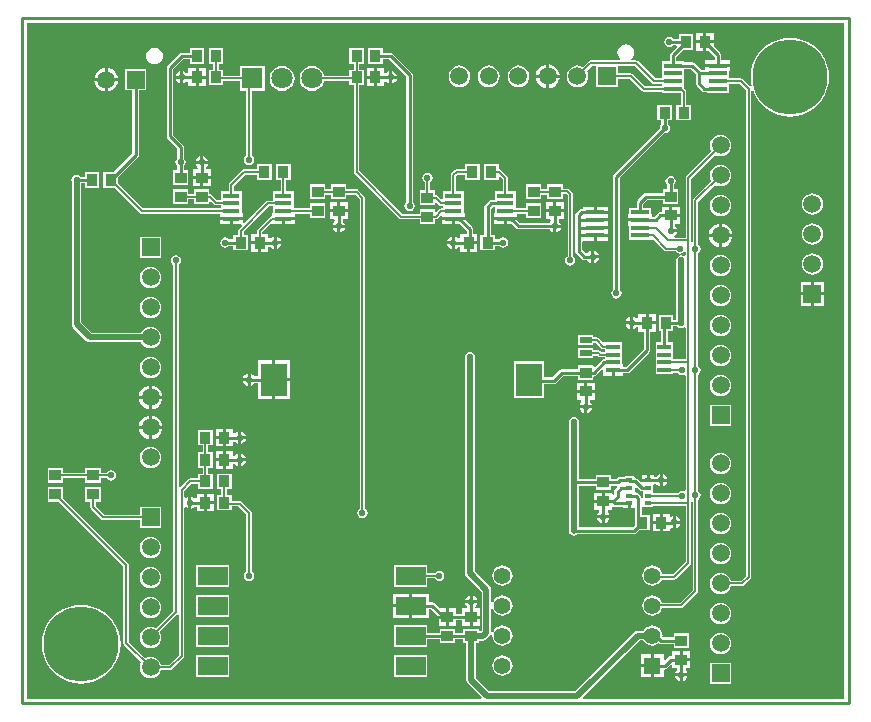
<source format=gtl>
G04*
G04 #@! TF.GenerationSoftware,Altium Limited,Altium Designer,20.1.14 (287)*
G04*
G04 Layer_Physical_Order=1*
G04 Layer_Color=255*
%FSLAX25Y25*%
%MOIN*%
G70*
G04*
G04 #@! TF.SameCoordinates,F17826E9-34F6-497C-9B9F-35048D5DD880*
G04*
G04*
G04 #@! TF.FilePolarity,Positive*
G04*
G01*
G75*
%ADD12C,0.01000*%
%ADD16C,0.00600*%
%ADD19R,0.03937X0.03740*%
%ADD20R,0.03740X0.03937*%
%ADD21R,0.06299X0.01772*%
%ADD22R,0.04528X0.01772*%
%ADD23R,0.01968X0.01378*%
%ADD24R,0.05709X0.01772*%
%ADD25R,0.08504X0.10984*%
%ADD26R,0.03937X0.01968*%
%ADD27R,0.10000X0.06063*%
%ADD44C,0.05906*%
%ADD45C,0.01968*%
%ADD46R,0.05906X0.05906*%
%ADD47C,0.07087*%
%ADD48R,0.07087X0.07087*%
%ADD49C,0.25000*%
%ADD50R,0.05512X0.05512*%
%ADD51C,0.05512*%
%ADD52C,0.02200*%
G36*
X274061Y1529D02*
X187022D01*
X186831Y1991D01*
X205783Y20944D01*
X207076D01*
X207108Y20867D01*
X207646Y20166D01*
X208347Y19628D01*
X209163Y19289D01*
X210039Y19174D01*
X210915Y19289D01*
X211732Y19628D01*
X212208Y19993D01*
X212452Y19830D01*
X212881Y19745D01*
X212881Y19745D01*
X215748D01*
X215748Y19745D01*
X215750Y19745D01*
X217116D01*
Y18396D01*
X222253D01*
Y23336D01*
X217116D01*
Y21988D01*
X215748D01*
X215748Y21988D01*
X215747Y21988D01*
X213728D01*
X213399Y22364D01*
X213424Y22559D01*
X213309Y23435D01*
X212971Y24251D01*
X212433Y24952D01*
X211732Y25490D01*
X210915Y25829D01*
X210039Y25944D01*
X209163Y25829D01*
X208347Y25490D01*
X207646Y24952D01*
X207108Y24251D01*
X207076Y24174D01*
X205114D01*
X204496Y24051D01*
X203972Y23701D01*
X184370Y4100D01*
X155665D01*
X151222Y8543D01*
Y19971D01*
X152175D01*
Y20826D01*
X153571D01*
X154189Y20949D01*
X154713Y21299D01*
X155867Y22452D01*
X156217Y22976D01*
X156694Y22859D01*
X156655Y22559D01*
X156770Y21683D01*
X157108Y20867D01*
X157646Y20166D01*
X158347Y19628D01*
X159163Y19289D01*
X160039Y19174D01*
X160915Y19289D01*
X161732Y19628D01*
X162433Y20166D01*
X162971Y20867D01*
X163309Y21683D01*
X163424Y22559D01*
X163309Y23435D01*
X162971Y24251D01*
X162433Y24952D01*
X161732Y25490D01*
X160915Y25829D01*
X160039Y25944D01*
X159163Y25829D01*
X158347Y25490D01*
X157646Y24952D01*
X157108Y24251D01*
X156840Y23604D01*
X156340Y23703D01*
Y31415D01*
X156840Y31514D01*
X157108Y30867D01*
X157646Y30166D01*
X158347Y29628D01*
X159163Y29289D01*
X160039Y29174D01*
X160915Y29289D01*
X161732Y29628D01*
X162433Y30166D01*
X162971Y30867D01*
X163309Y31683D01*
X163424Y32559D01*
X163309Y33435D01*
X162971Y34251D01*
X162433Y34953D01*
X161732Y35490D01*
X160915Y35829D01*
X160039Y35944D01*
X159163Y35829D01*
X158347Y35490D01*
X157646Y34953D01*
X157108Y34251D01*
X156840Y33604D01*
X156340Y33703D01*
Y37795D01*
X156217Y38413D01*
X155867Y38938D01*
X150828Y43976D01*
Y114761D01*
X150946Y115354D01*
X150814Y116018D01*
X150438Y116580D01*
X149876Y116956D01*
X149213Y117088D01*
X148549Y116956D01*
X147987Y116580D01*
X147611Y116018D01*
X147479Y115354D01*
X147597Y114761D01*
Y43307D01*
X147720Y42689D01*
X148070Y42165D01*
X153109Y37126D01*
Y24263D01*
X152902Y24056D01*
X152175D01*
Y24911D01*
X147038D01*
Y23562D01*
X144301D01*
Y24911D01*
X139164D01*
Y23562D01*
X135049D01*
Y26191D01*
X123849D01*
Y18928D01*
X135049D01*
Y21319D01*
X139164D01*
Y19971D01*
X144301D01*
Y21319D01*
X147038D01*
Y19971D01*
X147991D01*
Y7874D01*
X148114Y7256D01*
X148464Y6732D01*
X153205Y1991D01*
X153013Y1529D01*
X1529D01*
Y226817D01*
X274061D01*
X274061Y1529D01*
D02*
G37*
%LPC*%
G36*
X223730Y223040D02*
X218789D01*
Y221593D01*
X217044D01*
X216974Y221698D01*
X216411Y222074D01*
X215748Y222206D01*
X215085Y222074D01*
X214522Y221698D01*
X214147Y221136D01*
X214015Y220472D01*
X214147Y219809D01*
X214522Y219247D01*
X215085Y218871D01*
X215748Y218739D01*
X216411Y218871D01*
X216974Y219247D01*
X217043Y219350D01*
X217997D01*
X218188Y218888D01*
X216136Y216836D01*
X215893Y216472D01*
X215808Y216043D01*
X215808Y216043D01*
Y213986D01*
X213179D01*
Y211015D01*
Y208299D01*
X211108D01*
X205373Y214035D01*
X205076Y214234D01*
X204724Y214303D01*
X203175D01*
X203006Y214804D01*
X203153Y214917D01*
X203597Y215494D01*
X203875Y216167D01*
X203970Y216889D01*
X203875Y217611D01*
X203597Y218284D01*
X203153Y218861D01*
X202576Y219305D01*
X201903Y219583D01*
X201181Y219678D01*
X200459Y219583D01*
X199786Y219305D01*
X199209Y218861D01*
X198766Y218284D01*
X198487Y217611D01*
X198392Y216889D01*
X198487Y216167D01*
X198766Y215494D01*
X199209Y214917D01*
X199356Y214804D01*
X199187Y214303D01*
X189410D01*
X189059Y214234D01*
X188761Y214035D01*
X186839Y212112D01*
X186831Y212118D01*
X185967Y212476D01*
X185039Y212598D01*
X184112Y212476D01*
X183248Y212118D01*
X182506Y211549D01*
X181936Y210807D01*
X181578Y209943D01*
X181456Y209015D01*
X181578Y208088D01*
X181936Y207223D01*
X182506Y206481D01*
X183248Y205912D01*
X184112Y205554D01*
X185039Y205432D01*
X185967Y205554D01*
X186831Y205912D01*
X187573Y206481D01*
X188143Y207223D01*
X188501Y208088D01*
X188623Y209015D01*
X188501Y209943D01*
X188143Y210807D01*
X188137Y210815D01*
X189790Y212468D01*
X191329D01*
Y205462D01*
X198435D01*
Y208097D01*
X202514D01*
X206438Y204174D01*
X206735Y203975D01*
X207087Y203905D01*
X213179D01*
Y203337D01*
X219555D01*
Y199419D01*
X218002D01*
Y194282D01*
X222942D01*
Y199419D01*
X221390D01*
Y203838D01*
X221320Y204189D01*
X221121Y204487D01*
X220679Y204930D01*
Y208455D01*
Y211379D01*
X222862D01*
X224469Y209772D01*
Y206693D01*
X224469Y206693D01*
X224554Y206264D01*
X224798Y205900D01*
X226577Y204120D01*
X226577Y204120D01*
X226941Y203877D01*
X227370Y203792D01*
X227370Y203792D01*
X228140D01*
Y203337D01*
X235639D01*
Y206464D01*
X239088D01*
X241208Y204344D01*
Y191732D01*
X241208Y42506D01*
X239620Y40918D01*
X236258D01*
X236257Y40927D01*
X235899Y41792D01*
X235329Y42534D01*
X234587Y43103D01*
X233723Y43461D01*
X232795Y43583D01*
X231868Y43461D01*
X231004Y43103D01*
X230261Y42534D01*
X229692Y41792D01*
X229334Y40927D01*
X229212Y40000D01*
X229334Y39073D01*
X229692Y38208D01*
X230261Y37466D01*
X231004Y36897D01*
X231868Y36539D01*
X232795Y36417D01*
X233723Y36539D01*
X234587Y36897D01*
X235329Y37466D01*
X235899Y38208D01*
X236257Y39073D01*
X236258Y39082D01*
X240000D01*
X240351Y39152D01*
X240649Y39351D01*
X242775Y41477D01*
X242974Y41775D01*
X243044Y42126D01*
X243044Y191732D01*
Y204174D01*
X243544Y204274D01*
X244197Y202696D01*
X245275Y200938D01*
X246614Y199370D01*
X248182Y198030D01*
X249940Y196953D01*
X251845Y196164D01*
X253850Y195683D01*
X255906Y195521D01*
X257961Y195683D01*
X259966Y196164D01*
X261871Y196953D01*
X263629Y198030D01*
X265197Y199370D01*
X266536Y200938D01*
X267614Y202696D01*
X268403Y204601D01*
X268884Y206606D01*
X269046Y208661D01*
X268884Y210717D01*
X268403Y212722D01*
X267614Y214627D01*
X266536Y216385D01*
X265197Y217953D01*
X263629Y219292D01*
X261871Y220370D01*
X259966Y221159D01*
X257961Y221640D01*
X255906Y221802D01*
X253850Y221640D01*
X251845Y221159D01*
X249940Y220370D01*
X248182Y219292D01*
X246614Y217953D01*
X245275Y216385D01*
X244197Y214627D01*
X243408Y212722D01*
X242927Y210717D01*
X242765Y208661D01*
X242927Y206606D01*
X243149Y205679D01*
X243131Y205664D01*
X242688Y205461D01*
X240117Y208031D01*
X239820Y208230D01*
X239469Y208299D01*
X235639D01*
Y210614D01*
X236039D01*
Y212000D01*
X231890D01*
X227740D01*
Y211063D01*
X226350D01*
X224119Y213293D01*
X223756Y213537D01*
X223326Y213622D01*
X223326Y213622D01*
X220679D01*
Y213986D01*
X218051D01*
Y215578D01*
X220376Y217903D01*
X223730D01*
Y223040D01*
D02*
G37*
G36*
X230429Y223441D02*
X228059D01*
Y220972D01*
X230429D01*
Y223441D01*
D02*
G37*
G36*
X227059D02*
X224689D01*
Y220972D01*
X227059D01*
Y223441D01*
D02*
G37*
G36*
Y219972D02*
X224689D01*
Y217504D01*
X227059D01*
Y219972D01*
D02*
G37*
G36*
X60738Y218316D02*
X55797D01*
Y216870D01*
X53150D01*
X52720Y216784D01*
X52357Y216541D01*
X52356Y216541D01*
X48419Y212604D01*
X48176Y212240D01*
X48091Y211811D01*
X48091Y211811D01*
Y188976D01*
X48091Y188976D01*
X48176Y188547D01*
X48419Y188183D01*
X51634Y184969D01*
Y181609D01*
X51530Y181540D01*
X51154Y180978D01*
X51022Y180314D01*
X51154Y179651D01*
X51530Y179089D01*
X51634Y179019D01*
Y177667D01*
X50187D01*
Y172727D01*
X55324D01*
Y177667D01*
X53877D01*
Y179019D01*
X53981Y179089D01*
X54357Y179651D01*
X54489Y180314D01*
X54357Y180978D01*
X53981Y181540D01*
X53877Y181609D01*
Y185434D01*
X53791Y185863D01*
X53548Y186227D01*
X53548Y186227D01*
X50334Y189441D01*
Y211347D01*
X53614Y214627D01*
X55797D01*
Y213179D01*
X60738D01*
Y218316D01*
D02*
G37*
G36*
X230429Y219972D02*
X228059D01*
Y217504D01*
X228843D01*
X230768Y215579D01*
Y214386D01*
X227740D01*
Y213000D01*
X231890D01*
X236039D01*
Y214386D01*
X233011D01*
Y216043D01*
X232926Y216473D01*
X232683Y216836D01*
X232683Y216836D01*
X230429Y219090D01*
Y219972D01*
D02*
G37*
G36*
X44094Y218537D02*
X43373Y218442D01*
X42700Y218164D01*
X42122Y217720D01*
X41679Y217143D01*
X41400Y216470D01*
X41305Y215748D01*
X41400Y215026D01*
X41679Y214353D01*
X42122Y213776D01*
X42700Y213333D01*
X43373Y213054D01*
X44094Y212959D01*
X44816Y213054D01*
X45489Y213333D01*
X46067Y213776D01*
X46510Y214353D01*
X46789Y215026D01*
X46884Y215748D01*
X46789Y216470D01*
X46510Y217143D01*
X46067Y217720D01*
X45489Y218164D01*
X44816Y218442D01*
X44094Y218537D01*
D02*
G37*
G36*
X57768Y211630D02*
X55398D01*
Y210154D01*
X55318Y210081D01*
X54678Y210155D01*
X54665Y210175D01*
X53970Y210640D01*
X53651Y210703D01*
Y208661D01*
Y206620D01*
X53970Y206683D01*
X54665Y207147D01*
X54678Y207168D01*
X55318Y207242D01*
X55398Y207169D01*
Y205693D01*
X57768D01*
Y208661D01*
Y211630D01*
D02*
G37*
G36*
X175697Y212936D02*
Y209515D01*
X179118D01*
X179048Y210047D01*
X178650Y211008D01*
X178016Y211834D01*
X177190Y212468D01*
X176229Y212866D01*
X175697Y212936D01*
D02*
G37*
G36*
X174697D02*
X174165Y212866D01*
X173203Y212468D01*
X172378Y211834D01*
X171744Y211008D01*
X171346Y210047D01*
X171276Y209515D01*
X174697D01*
Y212936D01*
D02*
G37*
G36*
X113887Y218317D02*
X108947D01*
Y213179D01*
X110499D01*
Y211229D01*
X108947D01*
Y209185D01*
X100672D01*
X100651Y209349D01*
X100233Y210357D01*
X99569Y211223D01*
X98704Y211887D01*
X97696Y212304D01*
X96614Y212447D01*
X95533Y212304D01*
X94525Y211887D01*
X93659Y211223D01*
X92995Y210357D01*
X92577Y209349D01*
X92435Y208268D01*
X92577Y207186D01*
X92995Y206178D01*
X93659Y205313D01*
X94525Y204649D01*
X95533Y204231D01*
X96614Y204089D01*
X97696Y204231D01*
X98704Y204649D01*
X99569Y205313D01*
X100233Y206178D01*
X100651Y207186D01*
X100672Y207350D01*
X108947D01*
Y206092D01*
X110499D01*
Y177166D01*
X110569Y176814D01*
X110768Y176517D01*
X125729Y161556D01*
X126027Y161357D01*
X126378Y161287D01*
X132471D01*
Y159735D01*
X137608D01*
Y161287D01*
X137795D01*
X138146Y161357D01*
X138444Y161556D01*
X139384Y162496D01*
X139847Y162305D01*
Y162015D01*
X147555D01*
Y163401D01*
X147155D01*
Y167707D01*
Y170679D01*
X144618D01*
Y175604D01*
X145262Y176248D01*
X147530D01*
Y174596D01*
X152470D01*
Y179733D01*
X147530D01*
Y178083D01*
X144882D01*
X144531Y178013D01*
X144233Y177814D01*
X143052Y176633D01*
X142853Y176335D01*
X142783Y175984D01*
Y170679D01*
X140246D01*
Y168058D01*
X139746Y167850D01*
X138444Y169153D01*
X138146Y169352D01*
X137795Y169422D01*
X137607D01*
Y170974D01*
X135956D01*
Y173765D01*
X136264Y173971D01*
X136640Y174533D01*
X136772Y175196D01*
X136640Y175859D01*
X136264Y176422D01*
X135702Y176798D01*
X135039Y176929D01*
X134375Y176798D01*
X133813Y176422D01*
X133437Y175859D01*
X133305Y175196D01*
X133437Y174533D01*
X133813Y173971D01*
X134121Y173765D01*
Y170974D01*
X132470D01*
Y166034D01*
X137607D01*
Y166741D01*
X138069Y166932D01*
X139016Y165985D01*
X139314Y165786D01*
X139665Y165716D01*
X140246D01*
Y164992D01*
X139665D01*
X139314Y164923D01*
X139016Y164724D01*
X138070Y163777D01*
X137608Y163968D01*
Y164675D01*
X132471D01*
Y163122D01*
X126758D01*
X112335Y177546D01*
Y206092D01*
X113887D01*
Y211229D01*
X112335D01*
Y213179D01*
X113887D01*
Y218317D01*
D02*
G37*
G36*
X61138Y211630D02*
X58768D01*
Y209161D01*
X61138D01*
Y211630D01*
D02*
G37*
G36*
X117217D02*
X114847D01*
Y209161D01*
X117217D01*
Y211630D01*
D02*
G37*
G36*
X52651Y210703D02*
X52331Y210640D01*
X51637Y210175D01*
X51172Y209481D01*
X51109Y209161D01*
X52651D01*
Y210703D01*
D02*
G37*
G36*
X123333Y210703D02*
Y209161D01*
X124875D01*
X124811Y209481D01*
X124347Y210175D01*
X123653Y210639D01*
X123333Y210703D01*
D02*
G37*
G36*
X28453Y211795D02*
Y208374D01*
X31874D01*
X31804Y208906D01*
X31405Y209868D01*
X30772Y210693D01*
X29946Y211327D01*
X28985Y211725D01*
X28453Y211795D01*
D02*
G37*
G36*
X27453D02*
X26921Y211725D01*
X25959Y211327D01*
X25134Y210693D01*
X24500Y209868D01*
X24102Y208906D01*
X24032Y208374D01*
X27453D01*
Y211795D01*
D02*
G37*
G36*
X52651Y208161D02*
X51109D01*
X51172Y207842D01*
X51637Y207147D01*
X52331Y206683D01*
X52651Y206620D01*
Y208161D01*
D02*
G37*
G36*
X124875Y208161D02*
X123333D01*
Y206619D01*
X123653Y206683D01*
X124347Y207147D01*
X124811Y207842D01*
X124875Y208161D01*
D02*
G37*
G36*
X120587Y211630D02*
X118217D01*
Y208661D01*
Y205693D01*
X120587D01*
Y207168D01*
X120666Y207241D01*
X121306Y207167D01*
X121319Y207147D01*
X122014Y206683D01*
X122333Y206619D01*
Y208661D01*
Y210703D01*
X122014Y210639D01*
X121319Y210175D01*
X121306Y210156D01*
X120666Y210081D01*
X120587Y210154D01*
Y211630D01*
D02*
G37*
G36*
X117217Y208161D02*
X114847D01*
Y205693D01*
X117217D01*
Y208161D01*
D02*
G37*
G36*
X61138D02*
X58768D01*
Y205693D01*
X61138D01*
Y208161D01*
D02*
G37*
G36*
X165354Y212598D02*
X164427Y212476D01*
X163563Y212118D01*
X162820Y211549D01*
X162251Y210807D01*
X161893Y209943D01*
X161771Y209015D01*
X161893Y208088D01*
X162251Y207223D01*
X162820Y206481D01*
X163563Y205912D01*
X164427Y205554D01*
X165354Y205432D01*
X166282Y205554D01*
X167146Y205912D01*
X167888Y206481D01*
X168458Y207223D01*
X168816Y208088D01*
X168938Y209015D01*
X168816Y209943D01*
X168458Y210807D01*
X167888Y211549D01*
X167146Y212118D01*
X166282Y212476D01*
X165354Y212598D01*
D02*
G37*
G36*
X155512D02*
X154584Y212476D01*
X153720Y212118D01*
X152978Y211549D01*
X152409Y210807D01*
X152050Y209943D01*
X151928Y209015D01*
X152050Y208088D01*
X152409Y207223D01*
X152978Y206481D01*
X153720Y205912D01*
X154584Y205554D01*
X155512Y205432D01*
X156439Y205554D01*
X157304Y205912D01*
X158046Y206481D01*
X158615Y207223D01*
X158973Y208088D01*
X159095Y209015D01*
X158973Y209943D01*
X158615Y210807D01*
X158046Y211549D01*
X157304Y212118D01*
X156439Y212476D01*
X155512Y212598D01*
D02*
G37*
G36*
X145669D02*
X144742Y212476D01*
X143878Y212118D01*
X143135Y211549D01*
X142566Y210807D01*
X142208Y209943D01*
X142086Y209015D01*
X142208Y208088D01*
X142566Y207223D01*
X143135Y206481D01*
X143878Y205912D01*
X144742Y205554D01*
X145669Y205432D01*
X146597Y205554D01*
X147461Y205912D01*
X148203Y206481D01*
X148773Y207223D01*
X149131Y208088D01*
X149253Y209015D01*
X149131Y209943D01*
X148773Y210807D01*
X148203Y211549D01*
X147461Y212118D01*
X146597Y212476D01*
X145669Y212598D01*
D02*
G37*
G36*
X174697Y208515D02*
X171276D01*
X171346Y207983D01*
X171744Y207022D01*
X172378Y206196D01*
X173203Y205562D01*
X174165Y205164D01*
X174697Y205094D01*
Y208515D01*
D02*
G37*
G36*
X179118D02*
X175697D01*
Y205094D01*
X176229Y205164D01*
X177190Y205562D01*
X178016Y206196D01*
X178650Y207022D01*
X179048Y207983D01*
X179118Y208515D01*
D02*
G37*
G36*
X86614Y212447D02*
X85533Y212304D01*
X84525Y211887D01*
X83659Y211223D01*
X82995Y210357D01*
X82578Y209349D01*
X82435Y208268D01*
X82578Y207186D01*
X82995Y206178D01*
X83659Y205313D01*
X84525Y204649D01*
X85533Y204231D01*
X86614Y204089D01*
X87696Y204231D01*
X88704Y204649D01*
X89569Y205313D01*
X90233Y206178D01*
X90651Y207186D01*
X90793Y208268D01*
X90651Y209349D01*
X90233Y210357D01*
X89569Y211223D01*
X88704Y211887D01*
X87696Y212304D01*
X86614Y212447D01*
D02*
G37*
G36*
X31874Y207374D02*
X28453D01*
Y203953D01*
X28985Y204023D01*
X29946Y204421D01*
X30772Y205055D01*
X31405Y205881D01*
X31804Y206842D01*
X31874Y207374D01*
D02*
G37*
G36*
X27453D02*
X24032D01*
X24102Y206842D01*
X24500Y205881D01*
X25134Y205055D01*
X25959Y204421D01*
X26921Y204023D01*
X27453Y203953D01*
Y207374D01*
D02*
G37*
G36*
X216643Y199418D02*
X211703D01*
Y194281D01*
X213051D01*
Y193028D01*
X212947Y192958D01*
X212572Y192396D01*
X212440Y191733D01*
X212464Y191610D01*
X197238Y176384D01*
X196995Y176020D01*
X196910Y175591D01*
X196910Y175591D01*
Y137909D01*
X196806Y137840D01*
X196430Y137277D01*
X196298Y136614D01*
X196430Y135951D01*
X196806Y135389D01*
X197368Y135013D01*
X198031Y134881D01*
X198695Y135013D01*
X199257Y135389D01*
X199633Y135951D01*
X199765Y136614D01*
X199633Y137277D01*
X199257Y137840D01*
X199153Y137909D01*
Y175127D01*
X214050Y190024D01*
X214173Y189999D01*
X214836Y190131D01*
X215399Y190507D01*
X215774Y191069D01*
X215906Y191733D01*
X215774Y192396D01*
X215399Y192958D01*
X215295Y193028D01*
Y194281D01*
X216643D01*
Y199418D01*
D02*
G37*
G36*
X232795Y189568D02*
X231868Y189446D01*
X231004Y189088D01*
X230261Y188518D01*
X229692Y187776D01*
X229334Y186912D01*
X229212Y185984D01*
X229334Y185057D01*
X229692Y184193D01*
X229698Y184185D01*
X221398Y175885D01*
X221199Y175587D01*
X221130Y175236D01*
Y155248D01*
X217480D01*
X217328Y155748D01*
X217656Y155967D01*
X218120Y156662D01*
X218183Y156981D01*
X216142D01*
Y157981D01*
X218183D01*
X218120Y158301D01*
X217656Y158995D01*
X217636Y159009D01*
X217561Y159649D01*
X217634Y159728D01*
X219110D01*
Y162098D01*
X216142D01*
Y162598D01*
X215642D01*
Y165469D01*
X213173D01*
Y163720D01*
X212598D01*
X212598Y163720D01*
X212169Y163635D01*
X211805Y163391D01*
X211805Y163391D01*
X210658Y162244D01*
X210055D01*
Y163008D01*
X209655D01*
Y165167D01*
X207027D01*
Y166465D01*
X208339Y167776D01*
X213573D01*
Y166428D01*
X218710D01*
Y171368D01*
X217263D01*
Y172720D01*
X217367Y172790D01*
X217743Y173352D01*
X217875Y174015D01*
X217743Y174678D01*
X217367Y175241D01*
X216805Y175617D01*
X216141Y175748D01*
X215478Y175617D01*
X214916Y175241D01*
X214540Y174678D01*
X214408Y174015D01*
X214540Y173352D01*
X214916Y172790D01*
X215020Y172720D01*
Y171368D01*
X213573D01*
Y170019D01*
X207874D01*
X207874Y170019D01*
X207445Y169934D01*
X207081Y169691D01*
X205112Y167722D01*
X204869Y167358D01*
X204784Y166929D01*
X204784Y166929D01*
Y165167D01*
X202156D01*
Y163008D01*
X201756D01*
Y161622D01*
X205906D01*
Y160622D01*
X201756D01*
Y159236D01*
X202156D01*
Y154518D01*
X209655D01*
Y154518D01*
X210155Y154689D01*
X213918Y150926D01*
X214216Y150727D01*
X214567Y150657D01*
X217860D01*
X218066Y150349D01*
X218628Y149973D01*
X219291Y149841D01*
X219955Y149973D01*
X220517Y150349D01*
X220630Y150518D01*
X221130Y150366D01*
Y149319D01*
X220630Y149051D01*
X220348Y149239D01*
X219685Y149371D01*
X219022Y149239D01*
X218459Y148863D01*
X218084Y148301D01*
X217952Y147638D01*
X218070Y147045D01*
Y127893D01*
X217037D01*
Y129341D01*
X212097D01*
Y124204D01*
X212953D01*
Y120285D01*
X211211D01*
Y117314D01*
Y114754D01*
Y112195D01*
Y109636D01*
X216939D01*
Y110204D01*
X218549D01*
X218755Y109896D01*
X219317Y109520D01*
X219981Y109388D01*
X220630Y109518D01*
X220719Y109531D01*
X221130Y109250D01*
Y71065D01*
X220719Y70783D01*
X220630Y70797D01*
X219980Y70926D01*
X219317Y70794D01*
X218755Y70419D01*
X218549Y70110D01*
X210246D01*
Y72622D01*
X210646D01*
Y73190D01*
X211282D01*
X211478Y72895D01*
X212173Y72431D01*
X212492Y72368D01*
Y74410D01*
Y76451D01*
X212173Y76388D01*
X211478Y75924D01*
X211150Y75433D01*
X210646D01*
Y76000D01*
X209161D01*
Y74311D01*
X208661D01*
Y73811D01*
X206441D01*
X206215Y73717D01*
X205017Y74915D01*
X204654Y75158D01*
X204271Y75234D01*
X203946Y75600D01*
X203946Y75600D01*
X203946Y75600D01*
X200778D01*
Y75433D01*
X199114D01*
X199114Y75433D01*
X198685Y75347D01*
X198321Y75104D01*
X197961Y74744D01*
X196269D01*
Y76092D01*
X191132D01*
Y74744D01*
X185474D01*
Y93107D01*
X185592Y93701D01*
X185460Y94364D01*
X185084Y94926D01*
X184522Y95302D01*
X183858Y95434D01*
X183195Y95302D01*
X182633Y94926D01*
X182257Y94364D01*
X182125Y93701D01*
X182243Y93107D01*
Y73622D01*
Y57480D01*
X182366Y56862D01*
X182716Y56338D01*
X183240Y55988D01*
X183858Y55865D01*
X184476Y55988D01*
X185001Y56338D01*
X185014Y56359D01*
X203937D01*
X203937Y56359D01*
X204366Y56444D01*
X204730Y56687D01*
X205710Y57667D01*
X209163D01*
Y62804D01*
X206444D01*
Y68403D01*
X206444Y68403D01*
X206359Y68832D01*
X206116Y69196D01*
X206116Y69196D01*
X205325Y69986D01*
X204961Y70229D01*
X204532Y70315D01*
X204346Y70746D01*
Y71761D01*
X204808Y71952D01*
X205801Y70959D01*
X206165Y70716D01*
X206594Y70630D01*
X206594Y70630D01*
X207077D01*
Y67904D01*
Y65345D01*
X210246D01*
Y65716D01*
X221130D01*
Y47230D01*
X216943Y43044D01*
X213360D01*
X213309Y43435D01*
X212971Y44251D01*
X212433Y44952D01*
X211732Y45490D01*
X210915Y45829D01*
X210039Y45944D01*
X209163Y45829D01*
X208347Y45490D01*
X207646Y44952D01*
X207108Y44251D01*
X206770Y43435D01*
X206655Y42559D01*
X206770Y41683D01*
X207108Y40867D01*
X207646Y40166D01*
X208347Y39628D01*
X209163Y39290D01*
X210039Y39174D01*
X210915Y39290D01*
X211732Y39628D01*
X212433Y40166D01*
X212971Y40867D01*
X213112Y41208D01*
X217323D01*
X217674Y41278D01*
X217972Y41477D01*
X222696Y46202D01*
X222895Y46499D01*
X222965Y46850D01*
Y66535D01*
Y67058D01*
X223465Y67342D01*
X223492Y67325D01*
Y37782D01*
X219305Y33595D01*
X213243D01*
X212971Y34251D01*
X212433Y34953D01*
X211732Y35490D01*
X210915Y35829D01*
X210039Y35944D01*
X209163Y35829D01*
X208347Y35490D01*
X207646Y34953D01*
X207108Y34251D01*
X206770Y33435D01*
X206655Y32559D01*
X206770Y31683D01*
X207108Y30867D01*
X207646Y30166D01*
X208347Y29628D01*
X209163Y29289D01*
X210039Y29174D01*
X210915Y29289D01*
X211732Y29628D01*
X212433Y30166D01*
X212971Y30867D01*
X213309Y31683D01*
X213319Y31760D01*
X219685D01*
X220036Y31829D01*
X220334Y32028D01*
X225058Y36753D01*
X225257Y37050D01*
X225327Y37402D01*
Y67860D01*
X225635Y68066D01*
X226011Y68628D01*
X226143Y69291D01*
X226011Y69955D01*
X225635Y70517D01*
X225327Y70723D01*
Y109592D01*
X225635Y109798D01*
X226011Y110360D01*
X226143Y111024D01*
X226011Y111687D01*
X225635Y112249D01*
X225327Y112455D01*
Y150143D01*
X225635Y150349D01*
X226011Y150911D01*
X226143Y151575D01*
X226011Y152238D01*
X225635Y152800D01*
X225327Y153006D01*
Y167218D01*
X230996Y172887D01*
X231004Y172881D01*
X231868Y172523D01*
X232795Y172401D01*
X233723Y172523D01*
X234587Y172881D01*
X235329Y173450D01*
X235899Y174193D01*
X236257Y175057D01*
X236379Y175984D01*
X236257Y176912D01*
X235899Y177776D01*
X235329Y178518D01*
X234587Y179088D01*
X233723Y179446D01*
X232795Y179568D01*
X231868Y179446D01*
X231004Y179088D01*
X230261Y178518D01*
X229692Y177776D01*
X229334Y176912D01*
X229212Y175984D01*
X229334Y175057D01*
X229692Y174193D01*
X229698Y174185D01*
X223761Y168247D01*
X223562Y167950D01*
X223492Y167598D01*
Y153541D01*
X223465Y153525D01*
X222965Y153808D01*
Y154331D01*
Y174856D01*
X230996Y182887D01*
X231004Y182881D01*
X231868Y182523D01*
X232795Y182401D01*
X233723Y182523D01*
X234587Y182881D01*
X235329Y183450D01*
X235899Y184193D01*
X236257Y185057D01*
X236379Y185984D01*
X236257Y186912D01*
X235899Y187776D01*
X235329Y188518D01*
X234587Y189088D01*
X233723Y189446D01*
X232795Y189568D01*
D02*
G37*
G36*
X60343Y182356D02*
Y180814D01*
X61884D01*
X61821Y181133D01*
X61357Y181828D01*
X60662Y182292D01*
X60343Y182356D01*
D02*
G37*
G36*
X59342D02*
X59023Y182292D01*
X58328Y181828D01*
X57864Y181133D01*
X57801Y180814D01*
X59342D01*
Y182356D01*
D02*
G37*
G36*
X67037Y218317D02*
X62097D01*
Y213179D01*
X63649D01*
Y211231D01*
X62097D01*
Y206094D01*
X67037D01*
Y207350D01*
X72471D01*
Y204124D01*
X74673D01*
Y182534D01*
X74365Y182328D01*
X73989Y181766D01*
X73857Y181102D01*
X73989Y180439D01*
X74365Y179877D01*
X74927Y179501D01*
X75590Y179369D01*
X76254Y179501D01*
X76816Y179877D01*
X77192Y180439D01*
X77324Y181102D01*
X77192Y181766D01*
X76816Y182328D01*
X76508Y182534D01*
Y204124D01*
X80757D01*
Y212411D01*
X72471D01*
Y209185D01*
X67037D01*
Y211231D01*
X65485D01*
Y213179D01*
X67037D01*
Y218317D01*
D02*
G37*
G36*
X61884Y179814D02*
X57801D01*
X57864Y179495D01*
X58328Y178800D01*
X58349Y178787D01*
X58423Y178146D01*
X58350Y178067D01*
X56874D01*
Y175697D01*
X59842D01*
X62811D01*
Y178067D01*
X61335D01*
X61262Y178146D01*
X61336Y178787D01*
X61357Y178800D01*
X61821Y179495D01*
X61884Y179814D01*
D02*
G37*
G36*
X25698Y176977D02*
X20758D01*
Y175530D01*
X19406D01*
X19336Y175635D01*
X18774Y176011D01*
X18110Y176143D01*
X17447Y176011D01*
X16885Y175635D01*
X16509Y175073D01*
X16377Y174409D01*
X16495Y173816D01*
Y126378D01*
X16618Y125760D01*
X16968Y125236D01*
X21377Y120826D01*
X21902Y120476D01*
X22520Y120353D01*
X39619D01*
X39692Y120177D01*
X40261Y119435D01*
X41004Y118865D01*
X41868Y118507D01*
X42795Y118385D01*
X43723Y118507D01*
X44587Y118865D01*
X45329Y119435D01*
X45899Y120177D01*
X46257Y121041D01*
X46379Y121968D01*
X46257Y122896D01*
X45899Y123760D01*
X45329Y124502D01*
X44587Y125072D01*
X43723Y125430D01*
X42795Y125552D01*
X41868Y125430D01*
X41004Y125072D01*
X40261Y124502D01*
X39692Y123760D01*
X39619Y123584D01*
X23189D01*
X19726Y127047D01*
Y173287D01*
X20758D01*
Y171840D01*
X25698D01*
Y176977D01*
D02*
G37*
G36*
X41348Y211427D02*
X34242D01*
Y204321D01*
X36674D01*
Y183240D01*
X30411Y176978D01*
X27057D01*
Y171841D01*
X30798D01*
X39213Y163426D01*
X39511Y163227D01*
X39862Y163157D01*
X65831D01*
Y162015D01*
X73539D01*
Y163401D01*
X73139D01*
Y167707D01*
Y170679D01*
X70603D01*
Y172455D01*
X74395Y176247D01*
X78238D01*
Y174596D01*
X83178D01*
Y179733D01*
X78238D01*
Y178082D01*
X74015D01*
X73664Y178013D01*
X73366Y177814D01*
X69036Y173484D01*
X68837Y173186D01*
X68767Y172835D01*
Y170679D01*
X66231D01*
Y167847D01*
X64947D01*
X63248Y169546D01*
X62950Y169745D01*
X62599Y169815D01*
X62412D01*
Y171367D01*
X57275D01*
Y169815D01*
X55324D01*
Y171368D01*
X50187D01*
Y166428D01*
X55324D01*
Y167980D01*
X57275D01*
Y166427D01*
X62412D01*
Y167133D01*
X62874Y167325D01*
X63918Y166280D01*
X64216Y166081D01*
X64567Y166012D01*
X66231D01*
Y164992D01*
X40242D01*
X31998Y173237D01*
Y175392D01*
X38588Y181983D01*
X38588Y181983D01*
X38831Y182346D01*
X38917Y182776D01*
Y204321D01*
X41348D01*
Y211427D01*
D02*
G37*
G36*
X62811Y174697D02*
X60343D01*
Y172327D01*
X62811D01*
Y174697D01*
D02*
G37*
G36*
X59342D02*
X56874D01*
Y172327D01*
X59342D01*
Y174697D01*
D02*
G37*
G36*
X108080Y172943D02*
X102943D01*
Y171390D01*
X100994D01*
Y172942D01*
X95857D01*
Y168002D01*
X100994D01*
Y169555D01*
X102943D01*
Y168003D01*
X108080D01*
Y169555D01*
X111037D01*
X112468Y168124D01*
Y64817D01*
X112160Y64612D01*
X111785Y64049D01*
X111653Y63386D01*
X111785Y62722D01*
X112160Y62160D01*
X112723Y61784D01*
X113386Y61652D01*
X114049Y61784D01*
X114611Y62160D01*
X114987Y62722D01*
X115119Y63386D01*
X114987Y64049D01*
X114611Y64612D01*
X114304Y64817D01*
Y168504D01*
X114234Y168855D01*
X114035Y169153D01*
X112066Y171121D01*
X111768Y171320D01*
X111417Y171390D01*
X108080D01*
Y172943D01*
D02*
G37*
G36*
X180127Y172943D02*
X174990D01*
Y171390D01*
X173041D01*
Y172942D01*
X167904D01*
Y168002D01*
X173041D01*
Y169555D01*
X174990D01*
Y168003D01*
X180127D01*
Y169700D01*
X181365D01*
X181760Y169305D01*
Y149069D01*
X181451Y148863D01*
X181076Y148301D01*
X180944Y147638D01*
X181076Y146975D01*
X181451Y146412D01*
X182014Y146036D01*
X182677Y145905D01*
X183341Y146036D01*
X183903Y146412D01*
X184279Y146975D01*
X184411Y147638D01*
X184279Y148301D01*
X183903Y148863D01*
X183595Y149069D01*
Y169685D01*
X183525Y170036D01*
X183326Y170334D01*
X182393Y171266D01*
X182096Y171465D01*
X181745Y171535D01*
X180127D01*
Y172943D01*
D02*
G37*
G36*
X158769Y179734D02*
X153829D01*
Y174597D01*
X158769D01*
Y175500D01*
X159231Y175691D01*
X160106Y174817D01*
Y170679D01*
X157569D01*
Y167755D01*
X156398D01*
X156398Y167755D01*
X155968Y167670D01*
X155605Y167427D01*
X155605Y167427D01*
X154325Y166148D01*
X154082Y165784D01*
X153997Y165355D01*
X153997Y165355D01*
Y156112D01*
X152648D01*
Y150975D01*
X157589D01*
Y152422D01*
X158940D01*
X159010Y152318D01*
X159572Y151942D01*
X160236Y151810D01*
X160899Y151942D01*
X161461Y152318D01*
X161837Y152880D01*
X161969Y153544D01*
X161837Y154207D01*
X161461Y154769D01*
X160899Y155145D01*
X160236Y155277D01*
X159572Y155145D01*
X159010Y154769D01*
X158940Y154665D01*
X157589D01*
Y156112D01*
X156240D01*
Y164890D01*
X156862Y165512D01*
X157569D01*
Y163401D01*
X157169D01*
Y162015D01*
X161024D01*
X164878D01*
Y163157D01*
X167905D01*
Y161703D01*
X173042D01*
Y166643D01*
X167905D01*
Y164992D01*
X164478D01*
Y167707D01*
Y170679D01*
X161941D01*
Y175197D01*
X161871Y175548D01*
X161672Y175846D01*
X159704Y177814D01*
X159406Y178013D01*
X159055Y178083D01*
X158769D01*
Y179734D01*
D02*
G37*
G36*
X108480Y167043D02*
X106012D01*
Y164673D01*
X108480D01*
Y167043D01*
D02*
G37*
G36*
X105012D02*
X102543D01*
Y164673D01*
X105012D01*
Y167043D01*
D02*
G37*
G36*
X180528Y167043D02*
X178059D01*
Y164673D01*
X180528D01*
Y167043D01*
D02*
G37*
G36*
X177059D02*
X174591D01*
Y164673D01*
X177059D01*
Y167043D01*
D02*
G37*
G36*
X195095Y165567D02*
X191445D01*
Y164181D01*
X195095D01*
Y165567D01*
D02*
G37*
G36*
X120187Y218317D02*
X115247D01*
Y213180D01*
X120187D01*
Y214627D01*
X122369D01*
X128012Y208984D01*
Y167043D01*
X127908Y166974D01*
X127532Y166411D01*
X127401Y165748D01*
X127532Y165085D01*
X127908Y164522D01*
X128471Y164147D01*
X129134Y164015D01*
X129797Y164147D01*
X130359Y164522D01*
X130735Y165085D01*
X130867Y165748D01*
X130735Y166411D01*
X130359Y166974D01*
X130255Y167043D01*
Y209449D01*
X130255Y209449D01*
X130170Y209878D01*
X129927Y210242D01*
X129927Y210242D01*
X123627Y216542D01*
X123263Y216785D01*
X122834Y216870D01*
X122834Y216870D01*
X120187D01*
Y218317D01*
D02*
G37*
G36*
X219110Y165469D02*
X216642D01*
Y163098D01*
X219110D01*
Y165469D01*
D02*
G37*
G36*
X263386Y170040D02*
X262458Y169918D01*
X261594Y169560D01*
X260852Y168991D01*
X260282Y168248D01*
X259925Y167384D01*
X259802Y166457D01*
X259925Y165529D01*
X260282Y164665D01*
X260852Y163923D01*
X261594Y163353D01*
X262458Y162995D01*
X263386Y162873D01*
X264313Y162995D01*
X265177Y163353D01*
X265920Y163923D01*
X266489Y164665D01*
X266847Y165529D01*
X266969Y166457D01*
X266847Y167384D01*
X266489Y168248D01*
X265920Y168991D01*
X265177Y169560D01*
X264313Y169918D01*
X263386Y170040D01*
D02*
G37*
G36*
X232795Y169568D02*
X231868Y169446D01*
X231004Y169088D01*
X230261Y168518D01*
X229692Y167776D01*
X229334Y166912D01*
X229212Y165984D01*
X229334Y165057D01*
X229692Y164193D01*
X230261Y163450D01*
X231004Y162881D01*
X231868Y162523D01*
X232795Y162401D01*
X233723Y162523D01*
X234587Y162881D01*
X235329Y163450D01*
X235899Y164193D01*
X236257Y165057D01*
X236379Y165984D01*
X236257Y166912D01*
X235899Y167776D01*
X235329Y168518D01*
X234587Y169088D01*
X233723Y169446D01*
X232795Y169568D01*
D02*
G37*
G36*
X89478Y179734D02*
X84538D01*
Y174597D01*
X86090D01*
Y170679D01*
X83553D01*
Y167552D01*
X81988D01*
X81637Y167482D01*
X81339Y167283D01*
X74039Y159983D01*
X73539Y160190D01*
Y161015D01*
X70185D01*
Y159630D01*
X72979D01*
X73186Y159130D01*
X72185Y158129D01*
X71987Y157831D01*
X71917Y157480D01*
Y156111D01*
X70364D01*
Y154664D01*
X69012D01*
X68943Y154768D01*
X68380Y155144D01*
X67717Y155276D01*
X67054Y155144D01*
X66492Y154768D01*
X66116Y154206D01*
X65984Y153543D01*
X66116Y152879D01*
X66492Y152317D01*
X67054Y151941D01*
X67717Y151809D01*
X68380Y151941D01*
X68943Y152317D01*
X69012Y152421D01*
X70364D01*
Y150974D01*
X75304D01*
Y156111D01*
X73752D01*
Y157100D01*
X82368Y165716D01*
X83553D01*
Y163401D01*
X83153D01*
Y162430D01*
X82818Y162363D01*
X82520Y162164D01*
X78485Y158129D01*
X78286Y157832D01*
X78216Y157480D01*
Y156512D01*
X76264D01*
Y154043D01*
X79134D01*
Y153543D01*
X79634D01*
Y150575D01*
X82004D01*
Y152050D01*
X82083Y152123D01*
X82724Y152049D01*
X82737Y152029D01*
X83431Y151565D01*
X83751Y151501D01*
Y153543D01*
Y155585D01*
X83431Y155521D01*
X82737Y155057D01*
X82724Y155037D01*
X82083Y154963D01*
X82004Y155036D01*
Y156512D01*
X80051D01*
Y157100D01*
X82749Y159797D01*
X83154Y159630D01*
Y159630D01*
X86508D01*
Y161515D01*
X87008D01*
Y162015D01*
X90862D01*
Y163157D01*
X95857D01*
Y161703D01*
X100994D01*
Y166643D01*
X95857D01*
Y164992D01*
X90462D01*
Y167707D01*
Y170679D01*
X87925D01*
Y174597D01*
X89478D01*
Y179734D01*
D02*
G37*
G36*
X180528Y163673D02*
X177559D01*
X174591D01*
Y161303D01*
X176066D01*
X176139Y161223D01*
X176064Y160583D01*
X176045Y160570D01*
X175783Y160178D01*
X165916D01*
X165078Y161015D01*
X161524D01*
Y159630D01*
X163292D01*
X164658Y158263D01*
X164658Y158263D01*
X165022Y158020D01*
X165451Y157935D01*
X175783D01*
X176045Y157542D01*
X176739Y157078D01*
X177059Y157015D01*
Y159056D01*
X177559D01*
Y159556D01*
X179600D01*
X179537Y159876D01*
X179073Y160570D01*
X179053Y160583D01*
X178979Y161223D01*
X179052Y161303D01*
X180528D01*
Y163673D01*
D02*
G37*
G36*
X90862Y161015D02*
X87508D01*
Y159630D01*
X90862D01*
Y161015D01*
D02*
G37*
G36*
X69185Y161015D02*
X65831D01*
Y159630D01*
X69185D01*
Y161015D01*
D02*
G37*
G36*
X160524Y161015D02*
X157169D01*
Y159630D01*
X160524D01*
Y161015D01*
D02*
G37*
G36*
X143201D02*
X139847D01*
Y159630D01*
X143201D01*
Y161015D01*
D02*
G37*
G36*
X108480Y163673D02*
X105512D01*
X102543D01*
Y161303D01*
X104018D01*
X104092Y161223D01*
X104017Y160583D01*
X103998Y160570D01*
X103533Y159876D01*
X103470Y159556D01*
X107553D01*
X107490Y159876D01*
X107026Y160570D01*
X107006Y160583D01*
X106931Y161223D01*
X107005Y161303D01*
X108480D01*
Y163673D01*
D02*
G37*
G36*
X107553Y158556D02*
X106011D01*
Y157015D01*
X106331Y157078D01*
X107026Y157542D01*
X107490Y158237D01*
X107553Y158556D01*
D02*
G37*
G36*
X105011D02*
X103470D01*
X103533Y158237D01*
X103998Y157542D01*
X104692Y157078D01*
X105011Y157015D01*
Y158556D01*
D02*
G37*
G36*
X179600Y158556D02*
X178059D01*
Y157015D01*
X178378Y157078D01*
X179073Y157542D01*
X179537Y158237D01*
X179600Y158556D01*
D02*
G37*
G36*
X233295Y159905D02*
Y156484D01*
X236716D01*
X236646Y157016D01*
X236248Y157978D01*
X235614Y158803D01*
X234789Y159437D01*
X233827Y159835D01*
X233295Y159905D01*
D02*
G37*
G36*
X232295D02*
X231763Y159835D01*
X230802Y159437D01*
X229976Y158803D01*
X229343Y157978D01*
X228944Y157016D01*
X228874Y156484D01*
X232295D01*
Y159905D01*
D02*
G37*
G36*
X147755Y161015D02*
X144201D01*
Y159630D01*
X145969D01*
X148091Y157508D01*
Y156512D01*
X145949D01*
Y155035D01*
X145869Y154962D01*
X145229Y155037D01*
X145216Y155057D01*
X144521Y155522D01*
X144202Y155585D01*
Y153543D01*
Y151502D01*
X144521Y151565D01*
X145216Y152029D01*
X145229Y152049D01*
X145869Y152124D01*
X145949Y152051D01*
Y150575D01*
X148319D01*
Y153543D01*
X148819D01*
Y154043D01*
X151689D01*
Y156512D01*
X150334D01*
Y157972D01*
X150334Y157972D01*
X150249Y158401D01*
X150006Y158765D01*
X150006Y158765D01*
X147755Y161015D01*
D02*
G37*
G36*
X195095Y155504D02*
X191445D01*
Y154118D01*
X195095D01*
Y155504D01*
D02*
G37*
G36*
X143202Y155585D02*
X142882Y155522D01*
X142188Y155057D01*
X141724Y154363D01*
X141660Y154043D01*
X143202D01*
Y155585D01*
D02*
G37*
G36*
X84751Y155585D02*
Y154043D01*
X86292D01*
X86229Y154362D01*
X85765Y155057D01*
X85070Y155521D01*
X84751Y155585D01*
D02*
G37*
G36*
X263386Y160040D02*
X262458Y159918D01*
X261594Y159560D01*
X260852Y158991D01*
X260282Y158248D01*
X259925Y157384D01*
X259802Y156457D01*
X259925Y155529D01*
X260282Y154665D01*
X260852Y153923D01*
X261594Y153353D01*
X262458Y152995D01*
X263386Y152873D01*
X264313Y152995D01*
X265177Y153353D01*
X265920Y153923D01*
X266489Y154665D01*
X266847Y155529D01*
X266969Y156457D01*
X266847Y157384D01*
X266489Y158248D01*
X265920Y158991D01*
X265177Y159560D01*
X264313Y159918D01*
X263386Y160040D01*
D02*
G37*
G36*
X232295Y155484D02*
X228874D01*
X228944Y154952D01*
X229343Y153991D01*
X229976Y153165D01*
X230802Y152532D01*
X231763Y152133D01*
X232295Y152063D01*
Y155484D01*
D02*
G37*
G36*
X236716D02*
X233295D01*
Y152063D01*
X233827Y152133D01*
X234789Y152532D01*
X235614Y153165D01*
X236248Y153991D01*
X236646Y154952D01*
X236716Y155484D01*
D02*
G37*
G36*
X143202Y153043D02*
X141660D01*
X141724Y152724D01*
X142188Y152029D01*
X142882Y151565D01*
X143202Y151502D01*
Y153043D01*
D02*
G37*
G36*
X86292Y153043D02*
X84751D01*
Y151501D01*
X85070Y151565D01*
X85765Y152029D01*
X86229Y152724D01*
X86292Y153043D01*
D02*
G37*
G36*
X78634Y153043D02*
X76264D01*
Y150575D01*
X78634D01*
Y153043D01*
D02*
G37*
G36*
X151689Y153043D02*
X149319D01*
Y150575D01*
X151689D01*
Y153043D01*
D02*
G37*
G36*
X190657Y150861D02*
Y149319D01*
X192199D01*
X192136Y149638D01*
X191672Y150333D01*
X190977Y150797D01*
X190657Y150861D01*
D02*
G37*
G36*
X46348Y155521D02*
X39243D01*
Y148416D01*
X46348D01*
Y155521D01*
D02*
G37*
G36*
X192199Y148319D02*
X190657D01*
Y146777D01*
X190977Y146841D01*
X191672Y147305D01*
X192136Y148000D01*
X192199Y148319D01*
D02*
G37*
G36*
X190445Y165567D02*
X186795D01*
Y165172D01*
X186516Y164803D01*
X186086Y164717D01*
X185723Y164474D01*
X185723Y164474D01*
X184640Y163391D01*
X184397Y163028D01*
X184311Y162598D01*
X184311Y162598D01*
Y161024D01*
X184311Y161024D01*
X184311Y161024D01*
Y158661D01*
X184311Y158661D01*
X184311Y158661D01*
Y155906D01*
X184311Y155905D01*
X184311Y155905D01*
Y150787D01*
X184311Y150787D01*
X184397Y150358D01*
X184640Y149994D01*
X186609Y148026D01*
X186972Y147783D01*
X187402Y147697D01*
X187402Y147697D01*
X188381D01*
X188644Y147305D01*
X189338Y146841D01*
X189657Y146777D01*
Y148819D01*
Y150861D01*
X189338Y150797D01*
X188644Y150333D01*
X188381Y149941D01*
X187866D01*
X186555Y151252D01*
Y153718D01*
X186795Y154118D01*
X190445D01*
Y156004D01*
X190945D01*
Y156504D01*
X195095D01*
Y156677D01*
Y158063D01*
X190945D01*
Y159063D01*
X195095D01*
Y159236D01*
Y160622D01*
X190945D01*
Y161622D01*
X195095D01*
Y161795D01*
Y163181D01*
X190945D01*
Y163681D01*
X190445D01*
Y165567D01*
D02*
G37*
G36*
X263386Y150040D02*
X262458Y149918D01*
X261594Y149560D01*
X260852Y148990D01*
X260282Y148248D01*
X259925Y147384D01*
X259802Y146457D01*
X259925Y145529D01*
X260282Y144665D01*
X260852Y143923D01*
X261594Y143353D01*
X262458Y142995D01*
X263386Y142873D01*
X264313Y142995D01*
X265177Y143353D01*
X265920Y143923D01*
X266489Y144665D01*
X266847Y145529D01*
X266969Y146457D01*
X266847Y147384D01*
X266489Y148248D01*
X265920Y148990D01*
X265177Y149560D01*
X264313Y149918D01*
X263386Y150040D01*
D02*
G37*
G36*
X232795Y149568D02*
X231868Y149446D01*
X231004Y149088D01*
X230261Y148518D01*
X229692Y147776D01*
X229334Y146912D01*
X229212Y145984D01*
X229334Y145057D01*
X229692Y144193D01*
X230261Y143450D01*
X231004Y142881D01*
X231868Y142523D01*
X232795Y142401D01*
X233723Y142523D01*
X234587Y142881D01*
X235329Y143450D01*
X235899Y144193D01*
X236257Y145057D01*
X236379Y145984D01*
X236257Y146912D01*
X235899Y147776D01*
X235329Y148518D01*
X234587Y149088D01*
X233723Y149446D01*
X232795Y149568D01*
D02*
G37*
G36*
X42795Y145552D02*
X41868Y145430D01*
X41004Y145072D01*
X40261Y144502D01*
X39692Y143760D01*
X39334Y142896D01*
X39212Y141969D01*
X39334Y141041D01*
X39692Y140177D01*
X40261Y139435D01*
X41004Y138865D01*
X41868Y138507D01*
X42795Y138385D01*
X43723Y138507D01*
X44587Y138865D01*
X45329Y139435D01*
X45899Y140177D01*
X46257Y141041D01*
X46379Y141969D01*
X46257Y142896D01*
X45899Y143760D01*
X45329Y144502D01*
X44587Y145072D01*
X43723Y145430D01*
X42795Y145552D01*
D02*
G37*
G36*
X267339Y140409D02*
X263886D01*
Y136957D01*
X267339D01*
Y140409D01*
D02*
G37*
G36*
X262886D02*
X259433D01*
Y136957D01*
X262886D01*
Y140409D01*
D02*
G37*
G36*
X267339Y135957D02*
X263886D01*
Y132504D01*
X267339D01*
Y135957D01*
D02*
G37*
G36*
X262886D02*
X259433D01*
Y132504D01*
X262886D01*
Y135957D01*
D02*
G37*
G36*
X232795Y139568D02*
X231868Y139446D01*
X231004Y139088D01*
X230261Y138518D01*
X229692Y137776D01*
X229334Y136912D01*
X229212Y135984D01*
X229334Y135057D01*
X229692Y134193D01*
X230261Y133450D01*
X231004Y132881D01*
X231868Y132523D01*
X232795Y132401D01*
X233723Y132523D01*
X234587Y132881D01*
X235329Y133450D01*
X235899Y134193D01*
X236257Y135057D01*
X236379Y135984D01*
X236257Y136912D01*
X235899Y137776D01*
X235329Y138518D01*
X234587Y139088D01*
X233723Y139446D01*
X232795Y139568D01*
D02*
G37*
G36*
X42795Y135552D02*
X41868Y135430D01*
X41004Y135072D01*
X40261Y134502D01*
X39692Y133760D01*
X39334Y132896D01*
X39212Y131968D01*
X39334Y131041D01*
X39692Y130177D01*
X40261Y129435D01*
X41004Y128865D01*
X41868Y128507D01*
X42795Y128385D01*
X43723Y128507D01*
X44587Y128865D01*
X45329Y129435D01*
X45899Y130177D01*
X46257Y131041D01*
X46379Y131968D01*
X46257Y132896D01*
X45899Y133760D01*
X45329Y134502D01*
X44587Y135072D01*
X43723Y135430D01*
X42795Y135552D01*
D02*
G37*
G36*
X207768Y129740D02*
X205398D01*
Y128264D01*
X205318Y128191D01*
X204678Y128266D01*
X204665Y128286D01*
X203970Y128750D01*
X203651Y128813D01*
Y126772D01*
Y124730D01*
X203970Y124794D01*
X204665Y125258D01*
X204678Y125278D01*
X205318Y125353D01*
X205398Y125279D01*
Y123803D01*
X207146D01*
Y118181D01*
X201208Y112243D01*
X200213D01*
Y113007D01*
X199813D01*
Y117313D01*
Y120285D01*
X194085D01*
Y120285D01*
X193593Y120303D01*
X192184Y121712D01*
X191887Y121911D01*
X191535Y121981D01*
X190364D01*
Y122647D01*
X185227D01*
Y119479D01*
X190364D01*
Y120145D01*
X191155D01*
X193052Y118249D01*
X193350Y118050D01*
X193701Y117980D01*
X194085D01*
Y117158D01*
X193090D01*
X192866Y117381D01*
X192569Y117580D01*
X192217Y117650D01*
X190364D01*
Y118316D01*
X185227D01*
Y115148D01*
X190364D01*
Y115815D01*
X191837D01*
X192061Y115591D01*
X192358Y115392D01*
X192710Y115322D01*
X194085D01*
Y114803D01*
X193996D01*
X193567Y114717D01*
X193203Y114474D01*
X193203Y114474D01*
X190825Y112096D01*
X190363Y112288D01*
Y112707D01*
X185226D01*
Y111358D01*
X179922D01*
X179922Y111358D01*
X179492Y111273D01*
X179129Y111030D01*
X179129Y111030D01*
X176701Y108602D01*
X173750D01*
Y113966D01*
X164046D01*
Y101782D01*
X173750D01*
Y106359D01*
X177165D01*
X177165Y106359D01*
X177595Y106444D01*
X177958Y106687D01*
X180386Y109115D01*
X185226D01*
Y107766D01*
X190363D01*
Y108685D01*
X190551Y109115D01*
X190981Y109200D01*
X191345Y109443D01*
X193223Y111322D01*
X193685Y111131D01*
Y109236D01*
X196449D01*
Y111122D01*
X197449D01*
Y109236D01*
X200213D01*
Y110000D01*
X201673D01*
X201673Y110000D01*
X202102Y110085D01*
X202466Y110329D01*
X209061Y116923D01*
X209061Y116923D01*
X209304Y117287D01*
X209389Y117717D01*
X209389Y117717D01*
Y123803D01*
X211138D01*
Y126272D01*
X208268D01*
Y126772D01*
X207768D01*
Y129740D01*
D02*
G37*
G36*
X202651Y128813D02*
X202331Y128750D01*
X201637Y128286D01*
X201172Y127591D01*
X201109Y127272D01*
X202651D01*
Y128813D01*
D02*
G37*
G36*
X211138Y129740D02*
X208768D01*
Y127272D01*
X211138D01*
Y129740D01*
D02*
G37*
G36*
X202651Y126272D02*
X201109D01*
X201172Y125952D01*
X201637Y125258D01*
X202331Y124794D01*
X202651Y124730D01*
Y126272D01*
D02*
G37*
G36*
X232795Y129568D02*
X231868Y129446D01*
X231004Y129088D01*
X230261Y128518D01*
X229692Y127776D01*
X229334Y126912D01*
X229212Y125984D01*
X229334Y125057D01*
X229692Y124193D01*
X230261Y123450D01*
X231004Y122881D01*
X231868Y122523D01*
X232795Y122401D01*
X233723Y122523D01*
X234587Y122881D01*
X235329Y123450D01*
X235899Y124193D01*
X236257Y125057D01*
X236379Y125984D01*
X236257Y126912D01*
X235899Y127776D01*
X235329Y128518D01*
X234587Y129088D01*
X233723Y129446D01*
X232795Y129568D01*
D02*
G37*
G36*
Y119568D02*
X231868Y119446D01*
X231004Y119088D01*
X230261Y118518D01*
X229692Y117776D01*
X229334Y116912D01*
X229212Y115984D01*
X229334Y115057D01*
X229692Y114193D01*
X230261Y113450D01*
X231004Y112881D01*
X231868Y112523D01*
X232795Y112401D01*
X233723Y112523D01*
X234587Y112881D01*
X235329Y113450D01*
X235899Y114193D01*
X236257Y115057D01*
X236379Y115984D01*
X236257Y116912D01*
X235899Y117776D01*
X235329Y118518D01*
X234587Y119088D01*
X233723Y119446D01*
X232795Y119568D01*
D02*
G37*
G36*
X83398Y114366D02*
X78646D01*
Y108996D01*
X77367D01*
X77105Y109388D01*
X76410Y109852D01*
X76091Y109916D01*
Y107874D01*
Y105832D01*
X76410Y105896D01*
X77105Y106360D01*
X77367Y106753D01*
X78646D01*
Y101382D01*
X83398D01*
Y107874D01*
Y114366D01*
D02*
G37*
G36*
X42795Y115552D02*
X41868Y115430D01*
X41004Y115072D01*
X40261Y114502D01*
X39692Y113760D01*
X39334Y112896D01*
X39212Y111969D01*
X39334Y111041D01*
X39692Y110177D01*
X40261Y109435D01*
X41004Y108865D01*
X41868Y108507D01*
X42795Y108385D01*
X43723Y108507D01*
X44587Y108865D01*
X45329Y109435D01*
X45899Y110177D01*
X46257Y111041D01*
X46379Y111969D01*
X46257Y112896D01*
X45899Y113760D01*
X45329Y114502D01*
X44587Y115072D01*
X43723Y115430D01*
X42795Y115552D01*
D02*
G37*
G36*
X89150Y114366D02*
X84398D01*
Y108374D01*
X89150D01*
Y114366D01*
D02*
G37*
G36*
X75090Y109916D02*
X74771Y109852D01*
X74076Y109388D01*
X73612Y108693D01*
X73549Y108374D01*
X75090D01*
Y109916D01*
D02*
G37*
G36*
Y107374D02*
X73549D01*
X73612Y107055D01*
X74076Y106360D01*
X74771Y105896D01*
X75090Y105832D01*
Y107374D01*
D02*
G37*
G36*
X190764Y106807D02*
X188295D01*
Y104437D01*
X190764D01*
Y106807D01*
D02*
G37*
G36*
X187295D02*
X184827D01*
Y104437D01*
X187295D01*
Y106807D01*
D02*
G37*
G36*
X43295Y105889D02*
Y102469D01*
X46716D01*
X46646Y103000D01*
X46248Y103962D01*
X45614Y104788D01*
X44789Y105421D01*
X43827Y105819D01*
X43295Y105889D01*
D02*
G37*
G36*
X42295D02*
X41763Y105819D01*
X40802Y105421D01*
X39976Y104788D01*
X39343Y103962D01*
X38944Y103000D01*
X38874Y102469D01*
X42295D01*
Y105889D01*
D02*
G37*
G36*
X232795Y109568D02*
X231868Y109446D01*
X231004Y109088D01*
X230261Y108518D01*
X229692Y107776D01*
X229334Y106912D01*
X229212Y105984D01*
X229334Y105057D01*
X229692Y104193D01*
X230261Y103450D01*
X231004Y102881D01*
X231868Y102523D01*
X232795Y102401D01*
X233723Y102523D01*
X234587Y102881D01*
X235329Y103450D01*
X235899Y104193D01*
X236257Y105057D01*
X236379Y105984D01*
X236257Y106912D01*
X235899Y107776D01*
X235329Y108518D01*
X234587Y109088D01*
X233723Y109446D01*
X232795Y109568D01*
D02*
G37*
G36*
X89150Y107374D02*
X84398D01*
Y101382D01*
X89150D01*
Y107374D01*
D02*
G37*
G36*
X190764Y103437D02*
X187795D01*
X184827D01*
Y101067D01*
X186302D01*
X186375Y100987D01*
X186301Y100347D01*
X186281Y100334D01*
X185817Y99640D01*
X185753Y99320D01*
X189837D01*
X189773Y99640D01*
X189309Y100334D01*
X189289Y100347D01*
X189215Y100987D01*
X189288Y101067D01*
X190764D01*
Y103437D01*
D02*
G37*
G36*
X46716Y101469D02*
X43295D01*
Y98048D01*
X43827Y98118D01*
X44789Y98516D01*
X45614Y99149D01*
X46248Y99975D01*
X46646Y100937D01*
X46716Y101469D01*
D02*
G37*
G36*
X42295D02*
X38874D01*
X38944Y100937D01*
X39343Y99975D01*
X39976Y99149D01*
X40802Y98516D01*
X41763Y98118D01*
X42295Y98048D01*
Y101469D01*
D02*
G37*
G36*
X189837Y98320D02*
X188295D01*
Y96779D01*
X188614Y96842D01*
X189309Y97306D01*
X189773Y98001D01*
X189837Y98320D01*
D02*
G37*
G36*
X187295D02*
X185753D01*
X185817Y98001D01*
X186281Y97306D01*
X186976Y96842D01*
X187295Y96779D01*
Y98320D01*
D02*
G37*
G36*
X43295Y95890D02*
Y92469D01*
X46716D01*
X46646Y93000D01*
X46248Y93962D01*
X45614Y94788D01*
X44789Y95421D01*
X43827Y95819D01*
X43295Y95890D01*
D02*
G37*
G36*
X42295D02*
X41763Y95819D01*
X40802Y95421D01*
X39976Y94788D01*
X39343Y93962D01*
X38944Y93000D01*
X38874Y92469D01*
X42295D01*
Y95890D01*
D02*
G37*
G36*
X236348Y99537D02*
X229242D01*
Y92431D01*
X236348D01*
Y99537D01*
D02*
G37*
G36*
X66823Y91551D02*
X64453D01*
Y89083D01*
X66823D01*
Y91551D01*
D02*
G37*
G36*
X72940Y90624D02*
Y89082D01*
X74481D01*
X74418Y89402D01*
X73954Y90096D01*
X73259Y90561D01*
X72940Y90624D01*
D02*
G37*
G36*
X46716Y91469D02*
X43295D01*
Y88047D01*
X43827Y88117D01*
X44789Y88516D01*
X45614Y89149D01*
X46248Y89975D01*
X46646Y90937D01*
X46716Y91469D01*
D02*
G37*
G36*
X42295D02*
X38874D01*
X38944Y90937D01*
X39343Y89975D01*
X39976Y89149D01*
X40802Y88516D01*
X41763Y88117D01*
X42295Y88047D01*
Y91469D01*
D02*
G37*
G36*
X74481Y88082D02*
X72940D01*
Y86541D01*
X73259Y86604D01*
X73954Y87068D01*
X74418Y87763D01*
X74481Y88082D01*
D02*
G37*
G36*
X70193Y91551D02*
X67823D01*
Y88583D01*
Y85614D01*
X70193D01*
Y87089D01*
X70272Y87162D01*
X70912Y87088D01*
X70926Y87068D01*
X71620Y86604D01*
X71940Y86541D01*
Y88582D01*
Y90624D01*
X71620Y90561D01*
X70926Y90096D01*
X70912Y90077D01*
X70272Y90002D01*
X70193Y90076D01*
Y91551D01*
D02*
G37*
G36*
X66823Y88083D02*
X64453D01*
Y85614D01*
X66823D01*
Y88083D01*
D02*
G37*
G36*
X72940Y83144D02*
Y81602D01*
X74482D01*
X74418Y81922D01*
X73954Y82616D01*
X73259Y83081D01*
X72940Y83144D01*
D02*
G37*
G36*
X66823Y84071D02*
X64453D01*
Y81602D01*
X66823D01*
Y84071D01*
D02*
G37*
G36*
X74482Y80602D02*
X72940D01*
Y79061D01*
X73259Y79124D01*
X73954Y79588D01*
X74418Y80283D01*
X74482Y80602D01*
D02*
G37*
G36*
X70193Y84071D02*
X67823D01*
Y81102D01*
Y78134D01*
X70193D01*
Y79610D01*
X70272Y79683D01*
X70913Y79608D01*
X70926Y79588D01*
X71621Y79124D01*
X71940Y79061D01*
Y81102D01*
Y83144D01*
X71621Y83081D01*
X70926Y82616D01*
X70913Y82596D01*
X70272Y82521D01*
X70193Y82595D01*
Y84071D01*
D02*
G37*
G36*
X42795Y85552D02*
X41868Y85430D01*
X41004Y85072D01*
X40261Y84502D01*
X39692Y83760D01*
X39334Y82896D01*
X39212Y81968D01*
X39334Y81041D01*
X39692Y80177D01*
X40261Y79435D01*
X41004Y78865D01*
X41868Y78507D01*
X42795Y78385D01*
X43723Y78507D01*
X44587Y78865D01*
X45329Y79435D01*
X45899Y80177D01*
X46257Y81041D01*
X46379Y81968D01*
X46257Y82896D01*
X45899Y83760D01*
X45329Y84502D01*
X44587Y85072D01*
X43723Y85430D01*
X42795Y85552D01*
D02*
G37*
G36*
X66823Y80602D02*
X64453D01*
Y78134D01*
X66823D01*
Y80602D01*
D02*
G37*
G36*
X26190Y78455D02*
X21053D01*
Y76902D01*
X13591D01*
Y78455D01*
X8455D01*
Y73514D01*
X13591D01*
Y75067D01*
X21053D01*
Y73514D01*
X26190D01*
Y75067D01*
X28096D01*
X28302Y74759D01*
X28864Y74383D01*
X29528Y74251D01*
X30191Y74383D01*
X30753Y74759D01*
X31129Y75321D01*
X31261Y75984D01*
X31129Y76648D01*
X30753Y77210D01*
X30191Y77586D01*
X29528Y77718D01*
X28864Y77586D01*
X28302Y77210D01*
X28096Y76902D01*
X26190D01*
Y78455D01*
D02*
G37*
G36*
X232795Y83583D02*
X231868Y83461D01*
X231004Y83103D01*
X230261Y82534D01*
X229692Y81792D01*
X229334Y80927D01*
X229212Y80000D01*
X229334Y79073D01*
X229692Y78208D01*
X230261Y77466D01*
X231004Y76897D01*
X231868Y76539D01*
X232795Y76417D01*
X233723Y76539D01*
X234587Y76897D01*
X235329Y77466D01*
X235899Y78208D01*
X236257Y79073D01*
X236379Y80000D01*
X236257Y80927D01*
X235899Y81792D01*
X235329Y82534D01*
X234587Y83103D01*
X233723Y83461D01*
X232795Y83583D01*
D02*
G37*
G36*
X213492Y76451D02*
Y74910D01*
X215034D01*
X214970Y75229D01*
X214506Y75924D01*
X213811Y76388D01*
X213492Y76451D01*
D02*
G37*
G36*
X208161Y76000D02*
X206677D01*
Y74811D01*
X208161D01*
Y76000D01*
D02*
G37*
G36*
X215034Y73909D02*
X213492D01*
Y72368D01*
X213811Y72431D01*
X214506Y72895D01*
X214970Y73590D01*
X215034Y73909D01*
D02*
G37*
G36*
X51181Y149371D02*
X50518Y149239D01*
X49955Y148863D01*
X49580Y148301D01*
X49448Y147638D01*
X49580Y146975D01*
X49955Y146412D01*
X50264Y146206D01*
Y30734D01*
X44595Y25066D01*
X44587Y25072D01*
X43723Y25430D01*
X42795Y25552D01*
X41868Y25430D01*
X41004Y25072D01*
X40261Y24502D01*
X39692Y23760D01*
X39334Y22896D01*
X39212Y21969D01*
X39334Y21041D01*
X39692Y20177D01*
X40261Y19435D01*
X41004Y18865D01*
X41868Y18507D01*
X42795Y18385D01*
X43723Y18507D01*
X44587Y18865D01*
X45329Y19435D01*
X45899Y20177D01*
X46257Y21041D01*
X46379Y21969D01*
X46257Y22896D01*
X45899Y23760D01*
X45893Y23768D01*
X51732Y29607D01*
X52117Y29501D01*
X52232Y29419D01*
Y16128D01*
X48990Y12886D01*
X46258D01*
X46257Y12896D01*
X45899Y13760D01*
X45329Y14502D01*
X44587Y15072D01*
X43723Y15430D01*
X42795Y15552D01*
X41868Y15430D01*
X41004Y15072D01*
X40996Y15066D01*
X35563Y20498D01*
Y46063D01*
X35493Y46414D01*
X35294Y46712D01*
X13592Y68414D01*
Y72155D01*
X8455D01*
Y67215D01*
X12196D01*
X33728Y45683D01*
Y20118D01*
X33798Y19767D01*
X33997Y19469D01*
X39698Y13768D01*
X39692Y13760D01*
X39334Y12896D01*
X39212Y11969D01*
X39334Y11041D01*
X39692Y10177D01*
X40261Y9435D01*
X41004Y8865D01*
X41868Y8507D01*
X42795Y8385D01*
X43723Y8507D01*
X44587Y8865D01*
X45329Y9435D01*
X45899Y10177D01*
X46257Y11041D01*
X46258Y11051D01*
X49370D01*
X49721Y11121D01*
X50019Y11320D01*
X53799Y15099D01*
X53997Y15397D01*
X54067Y15748D01*
Y65070D01*
X54567Y65298D01*
X55087Y64951D01*
X55406Y64887D01*
Y66929D01*
Y68971D01*
X55087Y68907D01*
X54567Y68560D01*
X54067Y68788D01*
Y70880D01*
X56286Y73098D01*
X58215D01*
X58219Y73097D01*
X58553D01*
Y71447D01*
X63493D01*
Y76584D01*
X61941D01*
Y78533D01*
X63493D01*
Y83670D01*
X61941D01*
Y86014D01*
X63493D01*
Y91150D01*
X58553D01*
Y86014D01*
X60106D01*
Y83670D01*
X58553D01*
Y78533D01*
X60106D01*
Y76584D01*
X58553D01*
Y75266D01*
X58218Y74933D01*
X55905D01*
X55554Y74863D01*
X55257Y74665D01*
X52599Y72007D01*
X52214Y72113D01*
X52099Y72196D01*
Y146206D01*
X52407Y146412D01*
X52782Y146975D01*
X52914Y147638D01*
X52782Y148301D01*
X52407Y148863D01*
X51844Y149239D01*
X51181Y149371D01*
D02*
G37*
G36*
X60524Y69898D02*
X58153D01*
Y68421D01*
X58074Y68348D01*
X57434Y68423D01*
X57420Y68443D01*
X56726Y68907D01*
X56406Y68971D01*
Y66929D01*
Y64887D01*
X56726Y64951D01*
X57420Y65415D01*
X57434Y65435D01*
X58074Y65510D01*
X58153Y65437D01*
Y63961D01*
X60524D01*
Y66929D01*
Y69898D01*
D02*
G37*
G36*
X63894D02*
X61524D01*
Y67429D01*
X63894D01*
Y69898D01*
D02*
G37*
G36*
X232795Y73583D02*
X231868Y73461D01*
X231004Y73103D01*
X230261Y72534D01*
X229692Y71792D01*
X229334Y70927D01*
X229212Y70000D01*
X229334Y69073D01*
X229692Y68208D01*
X230261Y67466D01*
X231004Y66897D01*
X231868Y66539D01*
X232795Y66417D01*
X233723Y66539D01*
X234587Y66897D01*
X235329Y67466D01*
X235899Y68208D01*
X236257Y69073D01*
X236379Y70000D01*
X236257Y70927D01*
X235899Y71792D01*
X235329Y72534D01*
X234587Y73103D01*
X233723Y73461D01*
X232795Y73583D01*
D02*
G37*
G36*
X63894Y66429D02*
X61524D01*
Y63961D01*
X63894D01*
Y66429D01*
D02*
G37*
G36*
X217823Y62376D02*
Y60834D01*
X219364D01*
X219301Y61154D01*
X218836Y61848D01*
X218142Y62313D01*
X217823Y62376D01*
D02*
G37*
G36*
X212492Y63205D02*
X210122D01*
Y60736D01*
X212492D01*
Y63205D01*
D02*
G37*
G36*
X26191Y72155D02*
X21054D01*
Y67215D01*
X22704D01*
Y65354D01*
X22774Y65003D01*
X22973Y64705D01*
X26359Y61320D01*
X26657Y61121D01*
X27008Y61051D01*
X39243D01*
Y58416D01*
X46348D01*
Y65521D01*
X39243D01*
Y62886D01*
X27388D01*
X24540Y65734D01*
Y67215D01*
X26191D01*
Y72155D01*
D02*
G37*
G36*
X219364Y59834D02*
X217823D01*
Y58293D01*
X218142Y58356D01*
X218836Y58820D01*
X219301Y59515D01*
X219364Y59834D01*
D02*
G37*
G36*
X215862Y63205D02*
X213492D01*
Y60236D01*
Y57268D01*
X215862D01*
Y58254D01*
X216303Y58490D01*
X216503Y58356D01*
X216823Y58293D01*
Y60334D01*
Y62376D01*
X216503Y62313D01*
X216303Y62179D01*
X215862Y62415D01*
Y63205D01*
D02*
G37*
G36*
X212492Y59736D02*
X210122D01*
Y57268D01*
X212492D01*
Y59736D01*
D02*
G37*
G36*
X232795Y63583D02*
X231868Y63461D01*
X231004Y63103D01*
X230261Y62534D01*
X229692Y61792D01*
X229334Y60927D01*
X229212Y60000D01*
X229334Y59073D01*
X229692Y58208D01*
X230261Y57466D01*
X231004Y56897D01*
X231868Y56539D01*
X232795Y56417D01*
X233723Y56539D01*
X234587Y56897D01*
X235329Y57466D01*
X235899Y58208D01*
X236257Y59073D01*
X236379Y60000D01*
X236257Y60927D01*
X235899Y61792D01*
X235329Y62534D01*
X234587Y63103D01*
X233723Y63461D01*
X232795Y63583D01*
D02*
G37*
G36*
X42795Y55552D02*
X41868Y55430D01*
X41004Y55072D01*
X40261Y54502D01*
X39692Y53760D01*
X39334Y52896D01*
X39212Y51968D01*
X39334Y51041D01*
X39692Y50177D01*
X40261Y49435D01*
X41004Y48865D01*
X41868Y48507D01*
X42795Y48385D01*
X43723Y48507D01*
X44587Y48865D01*
X45329Y49435D01*
X45899Y50177D01*
X46257Y51041D01*
X46379Y51968D01*
X46257Y52896D01*
X45899Y53760D01*
X45329Y54502D01*
X44587Y55072D01*
X43723Y55430D01*
X42795Y55552D01*
D02*
G37*
G36*
X232795Y53583D02*
X231868Y53461D01*
X231004Y53103D01*
X230261Y52534D01*
X229692Y51792D01*
X229334Y50927D01*
X229212Y50000D01*
X229334Y49073D01*
X229692Y48208D01*
X230261Y47466D01*
X231004Y46897D01*
X231868Y46539D01*
X232795Y46417D01*
X233723Y46539D01*
X234587Y46897D01*
X235329Y47466D01*
X235899Y48208D01*
X236257Y49073D01*
X236379Y50000D01*
X236257Y50927D01*
X235899Y51792D01*
X235329Y52534D01*
X234587Y53103D01*
X233723Y53461D01*
X232795Y53583D01*
D02*
G37*
G36*
X135049Y46191D02*
X123849D01*
Y38928D01*
X135049D01*
Y41641D01*
X137519D01*
X137751Y41294D01*
X138313Y40918D01*
X138976Y40786D01*
X139640Y40918D01*
X140202Y41294D01*
X140578Y41856D01*
X140710Y42520D01*
X140578Y43183D01*
X140202Y43745D01*
X139640Y44121D01*
X138976Y44253D01*
X138313Y44121D01*
X137751Y43745D01*
X137571Y43477D01*
X135049D01*
Y46191D01*
D02*
G37*
G36*
X69793Y76584D02*
X64853D01*
Y71447D01*
X66405D01*
Y69498D01*
X64853D01*
Y64361D01*
X69793D01*
Y65618D01*
X72061D01*
X74673Y63006D01*
Y43951D01*
X74365Y43745D01*
X73989Y43183D01*
X73857Y42520D01*
X73989Y41856D01*
X74365Y41294D01*
X74927Y40918D01*
X75590Y40786D01*
X76254Y40918D01*
X76816Y41294D01*
X77192Y41856D01*
X77324Y42520D01*
X77192Y43183D01*
X76816Y43745D01*
X76508Y43951D01*
Y63386D01*
X76438Y63737D01*
X76239Y64035D01*
X73090Y67184D01*
X72792Y67383D01*
X72441Y67453D01*
X69793D01*
Y69498D01*
X68241D01*
Y71447D01*
X69793D01*
Y76584D01*
D02*
G37*
G36*
X160039Y45944D02*
X159163Y45829D01*
X158347Y45490D01*
X157646Y44952D01*
X157108Y44251D01*
X156770Y43435D01*
X156655Y42559D01*
X156770Y41683D01*
X157108Y40867D01*
X157646Y40166D01*
X158347Y39628D01*
X159163Y39290D01*
X160039Y39174D01*
X160915Y39290D01*
X161732Y39628D01*
X162433Y40166D01*
X162971Y40867D01*
X163309Y41683D01*
X163424Y42559D01*
X163309Y43435D01*
X162971Y44251D01*
X162433Y44952D01*
X161732Y45490D01*
X160915Y45829D01*
X160039Y45944D01*
D02*
G37*
G36*
X69065Y46191D02*
X57865D01*
Y38928D01*
X69065D01*
Y46191D01*
D02*
G37*
G36*
X42795Y45552D02*
X41868Y45430D01*
X41004Y45072D01*
X40261Y44502D01*
X39692Y43760D01*
X39334Y42896D01*
X39212Y41969D01*
X39334Y41041D01*
X39692Y40177D01*
X40261Y39435D01*
X41004Y38865D01*
X41868Y38507D01*
X42795Y38385D01*
X43723Y38507D01*
X44587Y38865D01*
X45329Y39435D01*
X45899Y40177D01*
X46257Y41041D01*
X46379Y41969D01*
X46257Y42896D01*
X45899Y43760D01*
X45329Y44502D01*
X44587Y45072D01*
X43723Y45430D01*
X42795Y45552D01*
D02*
G37*
G36*
X150106Y35899D02*
Y34358D01*
X151648D01*
X151584Y34677D01*
X151120Y35372D01*
X150425Y35836D01*
X150106Y35899D01*
D02*
G37*
G36*
X149106D02*
X148787Y35836D01*
X148092Y35372D01*
X147628Y34677D01*
X147564Y34358D01*
X149106D01*
Y35899D01*
D02*
G37*
G36*
X128949Y36591D02*
X123449D01*
Y33059D01*
X128949D01*
Y36591D01*
D02*
G37*
G36*
X151648Y33358D02*
X147564D01*
X147628Y33038D01*
X148092Y32344D01*
X148112Y32330D01*
X148187Y31690D01*
X148114Y31611D01*
X146637D01*
Y29862D01*
X144700D01*
Y31611D01*
X142232D01*
Y28741D01*
Y25870D01*
X144700D01*
Y27619D01*
X146637D01*
Y25870D01*
X149106D01*
Y28741D01*
X149606D01*
Y29241D01*
X152574D01*
Y31611D01*
X151098D01*
X151025Y31690D01*
X151100Y32330D01*
X151120Y32344D01*
X151584Y33038D01*
X151648Y33358D01*
D02*
G37*
G36*
X135449Y36591D02*
X129949D01*
Y32559D01*
Y28528D01*
X135449D01*
Y31438D01*
X136268D01*
X138465Y29241D01*
X141232D01*
Y31611D01*
X139267D01*
X137525Y33352D01*
X137162Y33595D01*
X136732Y33681D01*
X136732Y33681D01*
X135449D01*
Y36591D01*
D02*
G37*
G36*
X69065Y36191D02*
X57865D01*
Y28928D01*
X69065D01*
Y36191D01*
D02*
G37*
G36*
X128949Y32059D02*
X123449D01*
Y28528D01*
X128949D01*
Y32059D01*
D02*
G37*
G36*
X42795Y35552D02*
X41868Y35430D01*
X41004Y35072D01*
X40261Y34502D01*
X39692Y33760D01*
X39334Y32896D01*
X39212Y31969D01*
X39334Y31041D01*
X39692Y30177D01*
X40261Y29435D01*
X41004Y28865D01*
X41868Y28507D01*
X42795Y28385D01*
X43723Y28507D01*
X44587Y28865D01*
X45329Y29435D01*
X45899Y30177D01*
X46257Y31041D01*
X46379Y31969D01*
X46257Y32896D01*
X45899Y33760D01*
X45329Y34502D01*
X44587Y35072D01*
X43723Y35430D01*
X42795Y35552D01*
D02*
G37*
G36*
X232795Y33583D02*
X231868Y33461D01*
X231004Y33103D01*
X230261Y32534D01*
X229692Y31792D01*
X229334Y30927D01*
X229212Y30000D01*
X229334Y29073D01*
X229692Y28208D01*
X230261Y27466D01*
X231004Y26897D01*
X231868Y26539D01*
X232795Y26417D01*
X233723Y26539D01*
X234587Y26897D01*
X235329Y27466D01*
X235899Y28208D01*
X236257Y29073D01*
X236379Y30000D01*
X236257Y30927D01*
X235899Y31792D01*
X235329Y32534D01*
X234587Y33103D01*
X233723Y33461D01*
X232795Y33583D01*
D02*
G37*
G36*
X152574Y28240D02*
X150106D01*
Y25870D01*
X152574D01*
Y28240D01*
D02*
G37*
G36*
X141232Y28240D02*
X138763D01*
Y25870D01*
X141232D01*
Y28240D01*
D02*
G37*
G36*
X69065Y26191D02*
X57865D01*
Y18928D01*
X69065D01*
Y26191D01*
D02*
G37*
G36*
X232795Y23583D02*
X231868Y23461D01*
X231004Y23103D01*
X230261Y22534D01*
X229692Y21792D01*
X229334Y20927D01*
X229212Y20000D01*
X229334Y19073D01*
X229692Y18208D01*
X230261Y17466D01*
X231004Y16897D01*
X231868Y16539D01*
X232795Y16417D01*
X233723Y16539D01*
X234587Y16897D01*
X235329Y17466D01*
X235899Y18208D01*
X236257Y19073D01*
X236379Y20000D01*
X236257Y20927D01*
X235899Y21792D01*
X235329Y22534D01*
X234587Y23103D01*
X233723Y23461D01*
X232795Y23583D01*
D02*
G37*
G36*
X219185Y17437D02*
X216717D01*
Y15688D01*
X216142D01*
X216142Y15688D01*
X215712Y15603D01*
X215349Y15360D01*
X215349Y15360D01*
X214257Y14268D01*
X213795Y14460D01*
Y16315D01*
X210539D01*
Y12559D01*
Y8803D01*
X213795D01*
Y11108D01*
X214134Y11438D01*
X214563Y11523D01*
X214927Y11766D01*
X216216Y13056D01*
X216717Y12848D01*
Y11697D01*
X218193D01*
X218266Y11617D01*
X218191Y10977D01*
X218171Y10964D01*
X217707Y10269D01*
X217643Y9950D01*
X221727D01*
X221663Y10269D01*
X221199Y10964D01*
X221179Y10977D01*
X221104Y11617D01*
X221177Y11697D01*
X222654D01*
Y14067D01*
X219685D01*
Y14567D01*
X219185D01*
Y17437D01*
D02*
G37*
G36*
X222654D02*
X220185D01*
Y15067D01*
X222654D01*
Y17437D01*
D02*
G37*
G36*
X209539Y16315D02*
X206283D01*
Y13059D01*
X209539D01*
Y16315D01*
D02*
G37*
G36*
X160039Y15944D02*
X159163Y15829D01*
X158347Y15490D01*
X157646Y14953D01*
X157108Y14252D01*
X156770Y13435D01*
X156655Y12559D01*
X156770Y11683D01*
X157108Y10867D01*
X157646Y10166D01*
X158347Y9628D01*
X159163Y9290D01*
X160039Y9174D01*
X160915Y9290D01*
X161732Y9628D01*
X162433Y10166D01*
X162971Y10867D01*
X163309Y11683D01*
X163424Y12559D01*
X163309Y13435D01*
X162971Y14252D01*
X162433Y14953D01*
X161732Y15490D01*
X160915Y15829D01*
X160039Y15944D01*
D02*
G37*
G36*
X135049Y16191D02*
X123849D01*
Y8928D01*
X135049D01*
Y16191D01*
D02*
G37*
G36*
X69065D02*
X57865D01*
Y8928D01*
X69065D01*
Y16191D01*
D02*
G37*
G36*
X209539Y12059D02*
X206283D01*
Y8803D01*
X209539D01*
Y12059D01*
D02*
G37*
G36*
X221727Y8950D02*
X220185D01*
Y7408D01*
X220504Y7472D01*
X221199Y7936D01*
X221663Y8630D01*
X221727Y8950D01*
D02*
G37*
G36*
X219185D02*
X217643D01*
X217707Y8630D01*
X218171Y7936D01*
X218866Y7472D01*
X219185Y7408D01*
Y8950D01*
D02*
G37*
G36*
X19685Y32825D02*
X17629Y32664D01*
X15624Y32182D01*
X13719Y31393D01*
X11961Y30316D01*
X10393Y28977D01*
X9054Y27409D01*
X7977Y25651D01*
X7188Y23746D01*
X6706Y21741D01*
X6544Y19685D01*
X6706Y17629D01*
X7188Y15624D01*
X7977Y13719D01*
X9054Y11961D01*
X10393Y10393D01*
X11961Y9054D01*
X13719Y7977D01*
X15624Y7188D01*
X17629Y6706D01*
X19685Y6544D01*
X21741Y6706D01*
X23746Y7188D01*
X25651Y7977D01*
X27409Y9054D01*
X28977Y10393D01*
X30316Y11961D01*
X31393Y13719D01*
X32182Y15624D01*
X32664Y17629D01*
X32825Y19685D01*
X32664Y21741D01*
X32182Y23746D01*
X31393Y25651D01*
X30316Y27409D01*
X28977Y28977D01*
X27409Y30316D01*
X25651Y31393D01*
X23746Y32182D01*
X21741Y32664D01*
X19685Y32825D01*
D02*
G37*
G36*
X236348Y13553D02*
X229242D01*
Y6447D01*
X236348D01*
Y13553D01*
D02*
G37*
%LPD*%
G36*
X210080Y206733D02*
X210377Y206534D01*
X210435Y206522D01*
X210728Y206464D01*
X213179D01*
Y205896D01*
Y205740D01*
X207467D01*
X203543Y209664D01*
X203245Y209863D01*
X202894Y209933D01*
X198435D01*
Y212468D01*
X204344D01*
X210080Y206733D01*
D02*
G37*
G36*
X218459Y125546D02*
X219021Y125171D01*
X219684Y125039D01*
X220348Y125171D01*
X220630Y125359D01*
X221130Y125092D01*
Y114599D01*
X216939D01*
Y117314D01*
Y120285D01*
X215196D01*
Y124204D01*
X217037D01*
Y125650D01*
X218389D01*
X218459Y125546D01*
D02*
G37*
G36*
X191132Y71152D02*
X196269D01*
Y72500D01*
X198160D01*
X198367Y72000D01*
X197632Y71266D01*
X197389Y70902D01*
X197304Y70472D01*
X197304Y70472D01*
Y69660D01*
X197169Y69564D01*
X196669Y69823D01*
Y70193D01*
X194201D01*
Y67323D01*
X193701D01*
Y66823D01*
X190732D01*
Y64453D01*
X192209D01*
X192282Y64373D01*
X192207Y63733D01*
X192187Y63720D01*
X191723Y63025D01*
X191659Y62706D01*
X195742D01*
X195679Y63025D01*
X195215Y63720D01*
X195195Y63733D01*
X195120Y64373D01*
X195193Y64453D01*
X196669D01*
Y65291D01*
X197042Y65551D01*
X197169Y65586D01*
X197539Y65512D01*
X200378D01*
Y64945D01*
X201862D01*
Y66634D01*
X202862D01*
Y64945D01*
X204201D01*
Y61606D01*
X204201Y61606D01*
X204222Y61497D01*
Y59352D01*
X203473Y58602D01*
X185474D01*
Y72501D01*
X191132D01*
Y71152D01*
D02*
G37*
%LPC*%
G36*
X193201Y70193D02*
X190732D01*
Y67823D01*
X193201D01*
Y70193D01*
D02*
G37*
G36*
X195742Y61706D02*
X194201D01*
Y60164D01*
X194520Y60228D01*
X195215Y60692D01*
X195679Y61386D01*
X195742Y61706D01*
D02*
G37*
G36*
X193201D02*
X191659D01*
X191723Y61386D01*
X192187Y60692D01*
X192881Y60228D01*
X193201Y60164D01*
Y61706D01*
D02*
G37*
%LPD*%
D12*
X55906Y66929D02*
X61024D01*
X129134Y165748D02*
Y209449D01*
X122834Y215749D02*
X129134Y209449D01*
X29528Y174409D02*
Y174508D01*
Y174311D02*
Y174409D01*
X37795Y182776D02*
Y207874D01*
X29528Y174508D02*
X37795Y182776D01*
X206693Y60137D02*
Y60236D01*
X205323Y58767D02*
X206693Y60137D01*
X205224Y58767D02*
X205323D01*
X203937Y57480D02*
X205224Y58767D01*
X183858Y57480D02*
X203937D01*
X193701Y62206D02*
Y67323D01*
X202362Y69193D02*
X204532D01*
X205323Y61606D02*
X206693Y60236D01*
X205323Y61606D02*
Y68403D01*
X204532Y69193D02*
X205323Y68403D01*
X212992Y60236D02*
X216437D01*
X198031Y136614D02*
Y175591D01*
X214173Y191733D01*
X149606Y28741D02*
Y33858D01*
X75590Y107874D02*
X83898D01*
X215749Y220472D02*
X221259D01*
X215748Y220472D02*
X215749Y220472D01*
X52755Y180314D02*
Y185434D01*
X49213Y188976D02*
X52755Y185434D01*
X49213Y211811D02*
X53150Y215748D01*
X49213Y188976D02*
Y211811D01*
X187795Y98820D02*
Y103937D01*
X183859Y73622D02*
X193700D01*
X183858Y73622D02*
X183859Y73622D01*
X227370Y204913D02*
X231799D01*
X225590Y206693D02*
Y210236D01*
Y206693D02*
X227370Y204913D01*
X231799D02*
X231890Y204823D01*
X216929Y212500D02*
X223326D01*
X225886Y209941D01*
X231890D01*
X227559Y220374D02*
Y220472D01*
Y220374D02*
X231890Y216043D01*
Y212500D02*
Y216043D01*
X216929Y212500D02*
Y216043D01*
X221259Y220373D01*
Y220472D01*
X216142Y14567D02*
X219685D01*
X210039Y12559D02*
X214134D01*
X216142Y14567D01*
X215748Y20866D02*
X215748Y20866D01*
X212881Y20866D02*
X215748D01*
X211188Y22559D02*
X212881Y20866D01*
X210039Y22559D02*
X211188D01*
X215748Y20866D02*
X219685D01*
X197539Y66634D02*
X202362D01*
X196850Y67323D02*
X197539Y66634D01*
X202362Y69193D02*
X202423Y69254D01*
X206594Y71752D02*
X208661D01*
X202362Y74311D02*
X202551Y74122D01*
X204224D01*
X206594Y71752D01*
X199705D02*
X202362D01*
X198425Y70472D02*
X199705Y71752D01*
X198425Y68898D02*
Y70472D01*
X193701Y67323D02*
X196850D01*
X198425Y68898D01*
X208661Y74311D02*
X212106D01*
X193700Y73622D02*
X193701Y73622D01*
X198425D01*
X199114Y74311D02*
X202362D01*
X198425Y73622D02*
X199114Y74311D01*
X168898Y107874D02*
X169291Y107480D01*
X177165D01*
X179922Y110237D02*
X187795D01*
X177165Y107480D02*
X179922Y110237D01*
X193996Y113681D02*
X196949D01*
X190551Y110237D02*
X193996Y113681D01*
X187795Y110237D02*
X190551D01*
X201673Y111122D02*
X208268Y117717D01*
X196949Y111122D02*
X201673D01*
X208268Y117717D02*
Y126772D01*
X214075Y118799D02*
Y126280D01*
X214567Y126772D01*
X216142Y162598D02*
X216142Y162598D01*
X212598Y162598D02*
X216142D01*
X205906Y161122D02*
X211122D01*
X212598Y162598D01*
X207874Y168898D02*
X216141D01*
X205906Y166929D02*
X207874Y168898D01*
X205906Y163681D02*
Y166929D01*
X185433Y155905D02*
Y158661D01*
Y150787D02*
Y155905D01*
X185531Y156004D02*
X190945D01*
X185433Y155905D02*
X185531Y156004D01*
X185433Y158661D02*
Y161024D01*
X185531Y158563D02*
X190945D01*
X185433Y158661D02*
X185531Y158563D01*
X185433Y161024D02*
Y162598D01*
X185531Y161122D02*
X190945D01*
X185433Y161024D02*
X185531Y161122D01*
X185433Y150787D02*
X187402Y148819D01*
X190157D01*
X185433Y162598D02*
X186516Y163681D01*
X190945D01*
X177559Y159056D02*
Y164173D01*
X161024Y161515D02*
X162992D01*
X165451Y159056D01*
X177559D01*
X156398Y166634D02*
X161024D01*
X155118Y165355D02*
X156398Y166634D01*
X155118Y153544D02*
Y165355D01*
X148819Y153543D02*
X149213Y153937D01*
Y157972D01*
X143701Y161515D02*
X145669D01*
X149213Y157972D01*
X143702Y153543D02*
X148819D01*
X155118Y153544D02*
X160236D01*
X141732Y22441D02*
X149606D01*
X129567D02*
X141732D01*
X129449Y22559D02*
X129567Y22441D01*
X141732Y28741D02*
X149606D01*
X140551D02*
X141732D01*
X136732Y32559D02*
X140551Y28741D01*
X129449Y32559D02*
X136732D01*
X117717Y215749D02*
X122834D01*
X117716Y208661D02*
X122833D01*
X67323Y81102D02*
X72440D01*
X67322Y88582D02*
X72440D01*
X219685Y9450D02*
Y14567D01*
X203151Y126772D02*
X208268D01*
X214567Y126772D02*
X219684D01*
X214173Y191733D02*
Y196850D01*
X216141Y168898D02*
Y174015D01*
X216142Y157481D02*
Y162598D01*
X105511Y159056D02*
Y164173D01*
X67717Y153543D02*
X72834D01*
X79133Y153543D02*
X84251D01*
X59842Y175197D02*
Y180314D01*
X52755Y175197D02*
Y180314D01*
X53151Y208661D02*
X58268D01*
X58267Y215748D02*
X58267Y215747D01*
X53150Y215748D02*
X58267D01*
X18111Y174409D02*
X23228D01*
X18110Y174409D02*
X18111Y174409D01*
X0Y0D02*
X275591D01*
X0D02*
Y228346D01*
X275590D01*
X275591Y0D01*
D16*
X42795Y21969D02*
X51181Y30354D01*
X53150Y15748D02*
Y71260D01*
X49370Y11969D02*
X53150Y15748D01*
Y71260D02*
X55905Y74016D01*
X42795Y11969D02*
X49370D01*
X11023Y75984D02*
X29528D01*
X11023Y75985D02*
X11023Y75984D01*
X98425Y170472D02*
X111417D01*
X113386Y63386D02*
Y168504D01*
X111417Y170472D02*
X113386Y168504D01*
X126378Y162205D02*
X135039D01*
X111417Y177166D02*
Y208661D01*
Y177166D02*
X126378Y162205D01*
X34646Y20118D02*
X42795Y11969D01*
X11024Y69685D02*
X11122D01*
X12692Y68115D01*
Y68016D02*
Y68115D01*
Y68016D02*
X34646Y46063D01*
Y20118D02*
Y46063D01*
X27008Y61968D02*
X42795D01*
X23622Y65354D02*
X27008Y61968D01*
X23622Y65354D02*
Y69685D01*
X185039Y209015D02*
X189410Y213386D01*
X204724D02*
X210728Y207382D01*
X189410Y213386D02*
X204724D01*
X207087Y204822D02*
X216929D01*
X194882Y209015D02*
X202894D01*
X207087Y204822D01*
X210728Y207382D02*
X216929D01*
Y204822D02*
X219488D01*
X51181Y30354D02*
Y147638D01*
X239469Y207382D02*
X242126Y204724D01*
X231890Y207382D02*
X239469D01*
X242126Y191732D02*
Y204724D01*
Y191732D02*
X242126Y42126D01*
X240000Y40000D02*
X242126Y42126D01*
X232795Y40000D02*
X240000D01*
X224410Y167598D02*
X232795Y175984D01*
X224410Y37402D02*
Y111024D01*
X220472Y196850D02*
Y203838D01*
X219488Y204822D02*
X220472Y203838D01*
X208661Y69193D02*
X219980D01*
X219685Y32677D02*
X224410Y37402D01*
X222047Y66535D02*
Y113779D01*
Y46850D02*
Y66535D01*
X208661Y66634D02*
X221949D01*
X222047Y66535D01*
X187795Y116732D02*
X192217D01*
X192710Y116240D01*
X196949D01*
X196850Y118898D02*
X196949Y118799D01*
X193701Y118898D02*
X196850D01*
X187795Y121063D02*
X191535D01*
X193701Y118898D01*
X222047Y113779D02*
Y154331D01*
X214075Y113681D02*
X221949D01*
X222047Y113779D01*
X224410Y111024D02*
Y151575D01*
X214075Y111122D02*
X219981D01*
X217323Y42126D02*
X222047Y46850D01*
X224410Y151575D02*
Y167598D01*
X214567Y151575D02*
X219291D01*
X205906Y156004D02*
X210138D01*
X214567Y151575D01*
X205906Y158563D02*
X211122D01*
X215354Y154331D02*
X222047D01*
X211122Y158563D02*
X215354Y154331D01*
X222047D02*
Y175236D01*
X210039Y42559D02*
X210472Y42126D01*
X217323D01*
X210039Y32559D02*
X210157Y32677D01*
X219685D01*
X222047Y175236D02*
X232795Y185984D01*
X170375Y164075D02*
X170473Y164173D01*
X161024Y164075D02*
X170375D01*
X176870Y170472D02*
X177015Y170618D01*
X181745D02*
X182677Y169685D01*
Y147638D02*
Y169685D01*
X170472Y170472D02*
X176870D01*
X177015Y170618D02*
X181745D01*
X161024Y169193D02*
Y175197D01*
X159055Y177165D02*
X161024Y175197D01*
X156299Y177165D02*
X159055D01*
X149999Y177165D02*
X150000Y177165D01*
X144882Y177165D02*
X149999D01*
X143701Y169193D02*
Y175984D01*
X144882Y177165D01*
X139665Y166634D02*
X143701D01*
X135039Y168504D02*
X137795D01*
X139665Y166634D01*
X75590Y207244D02*
X76614Y208268D01*
X75590Y181102D02*
Y207244D01*
X135039Y168504D02*
Y175196D01*
X135039Y175197D01*
X139665Y164075D02*
X143701D01*
X137795Y162205D02*
X139665Y164075D01*
X135039Y162205D02*
X137795D01*
X111417Y208661D02*
Y215748D01*
X111417Y215748D01*
X96614Y208268D02*
X111024D01*
X111417Y208661D01*
X64962Y208268D02*
X76614D01*
X64567Y208662D02*
X64962Y208268D01*
X64567Y208662D02*
Y215748D01*
Y208662D02*
X64567Y208662D01*
X58218Y74016D02*
X58219Y74015D01*
X55905Y74016D02*
X58218D01*
X61023Y81102D02*
Y88582D01*
Y74015D02*
Y81102D01*
X58219Y74015D02*
X61023D01*
X67323Y66930D02*
Y74015D01*
X67323Y74016D02*
X67323Y74015D01*
Y66930D02*
X67717Y66535D01*
X72441D01*
X75590Y42520D02*
Y63386D01*
X72441Y66535D02*
X75590Y63386D01*
X129449Y42559D02*
X138937D01*
X138976Y42520D01*
X83169Y161515D02*
X87008D01*
X79134Y157480D02*
X83169Y161515D01*
X79134Y153543D02*
Y157480D01*
X87008Y164075D02*
X98328D01*
X98426Y164173D01*
X81988Y166634D02*
X87008D01*
X72834Y157480D02*
X81988Y166634D01*
X72834Y153543D02*
Y157480D01*
X87008Y169193D02*
Y177165D01*
X74015Y177165D02*
X80708D01*
X69685Y172835D02*
X74015Y177165D01*
X69685Y169193D02*
Y172835D01*
X69390Y166929D02*
X69685Y166634D01*
X64567Y166929D02*
X69390D01*
X59843Y168897D02*
X62599D01*
X64567Y166929D01*
X52756Y168898D02*
X59843D01*
X59843Y168897D01*
X29528Y174311D02*
X31098Y172741D01*
X31196D01*
X39862Y164075D01*
X69685D01*
D19*
X23622Y69685D02*
D03*
X23621Y75985D02*
D03*
X11024Y69685D02*
D03*
X11023Y75985D02*
D03*
X177558Y170473D02*
D03*
X177559Y164173D02*
D03*
X170473Y164173D02*
D03*
X170472Y170472D02*
D03*
X105512Y164173D02*
D03*
X105511Y170473D02*
D03*
X52756Y168898D02*
D03*
X52755Y175197D02*
D03*
X59842Y175197D02*
D03*
X59843Y168897D02*
D03*
X98425Y170472D02*
D03*
X98426Y164173D02*
D03*
X135039Y168504D02*
D03*
X135039Y162205D02*
D03*
X219685Y14567D02*
D03*
X219684Y20866D02*
D03*
X149606Y22441D02*
D03*
X149606Y28741D02*
D03*
X141732Y22441D02*
D03*
X141732Y28741D02*
D03*
X193701Y67323D02*
D03*
X193700Y73622D02*
D03*
X187795Y103937D02*
D03*
X187795Y110237D02*
D03*
X216142Y162598D02*
D03*
X216141Y168898D02*
D03*
D20*
X212992Y60236D02*
D03*
X206693Y60236D02*
D03*
X155118Y153544D02*
D03*
X148819Y153543D02*
D03*
X79134Y153543D02*
D03*
X72834Y153543D02*
D03*
X87008Y177165D02*
D03*
X80708Y177165D02*
D03*
X64567Y215748D02*
D03*
X58267Y215747D02*
D03*
X58268Y208661D02*
D03*
X64567Y208662D02*
D03*
X29528Y174409D02*
D03*
X23228Y174409D02*
D03*
X150000Y177165D02*
D03*
X156299Y177165D02*
D03*
X111417Y215748D02*
D03*
X117717Y215749D02*
D03*
X117717Y208661D02*
D03*
X111417Y208661D02*
D03*
X220472Y196850D02*
D03*
X214173Y196850D02*
D03*
X227559Y220472D02*
D03*
X221259Y220472D02*
D03*
X67323Y88583D02*
D03*
X61023Y88582D02*
D03*
X67323Y81102D02*
D03*
X61023Y81102D02*
D03*
X67323Y74016D02*
D03*
X61023Y74015D02*
D03*
X61024Y66929D02*
D03*
X67323Y66930D02*
D03*
X208268Y126772D02*
D03*
X214567Y126772D02*
D03*
D21*
X216929Y207382D02*
D03*
X231890Y209941D02*
D03*
X216929D02*
D03*
X231890Y207382D02*
D03*
X216929Y204822D02*
D03*
X231890Y212500D02*
D03*
X216929D02*
D03*
X231890Y204823D02*
D03*
X205906Y161122D02*
D03*
X190945Y158563D02*
D03*
X205906D02*
D03*
X190945Y161122D02*
D03*
X205906Y163681D02*
D03*
X190945Y156004D02*
D03*
X205906D02*
D03*
X190945Y163681D02*
D03*
D22*
X196949Y118799D02*
D03*
X214075Y111122D02*
D03*
X196949D02*
D03*
X214075Y118799D02*
D03*
X196949Y116240D02*
D03*
X214075Y113681D02*
D03*
X196949D02*
D03*
X214075Y116240D02*
D03*
D23*
X208661Y74311D02*
D03*
Y71752D02*
D03*
Y69193D02*
D03*
Y66634D02*
D03*
X202362Y74311D02*
D03*
Y71752D02*
D03*
Y69193D02*
D03*
Y66634D02*
D03*
D24*
X69685Y169193D02*
D03*
X87008Y161515D02*
D03*
X69685D02*
D03*
X87008Y169193D02*
D03*
X69685Y166634D02*
D03*
X87008Y164075D02*
D03*
X69685D02*
D03*
X87008Y166634D02*
D03*
X161024Y166634D02*
D03*
X143701Y164075D02*
D03*
X161024D02*
D03*
X143701Y166634D02*
D03*
X161024Y169193D02*
D03*
X143701Y161515D02*
D03*
X161024D02*
D03*
X143701Y169193D02*
D03*
D25*
X83898Y107874D02*
D03*
X168898D02*
D03*
D26*
X187795Y116732D02*
D03*
Y121063D02*
D03*
D27*
X129449Y12559D02*
D03*
Y22559D02*
D03*
Y32559D02*
D03*
Y42559D02*
D03*
X63465D02*
D03*
Y32559D02*
D03*
Y22559D02*
D03*
Y12559D02*
D03*
D44*
X145669Y209015D02*
D03*
X155512D02*
D03*
X185039D02*
D03*
X175197D02*
D03*
X165354D02*
D03*
X27953Y207874D02*
D03*
X263386Y166457D02*
D03*
Y156457D02*
D03*
Y146457D02*
D03*
X232795Y115984D02*
D03*
Y185984D02*
D03*
Y175984D02*
D03*
Y165984D02*
D03*
Y155984D02*
D03*
Y145984D02*
D03*
Y135984D02*
D03*
Y125984D02*
D03*
Y105984D02*
D03*
Y20000D02*
D03*
Y30000D02*
D03*
Y40000D02*
D03*
Y50000D02*
D03*
Y60000D02*
D03*
Y70000D02*
D03*
Y80000D02*
D03*
X42795Y141969D02*
D03*
Y131968D02*
D03*
Y121968D02*
D03*
Y111969D02*
D03*
Y101969D02*
D03*
Y91969D02*
D03*
Y81968D02*
D03*
Y51968D02*
D03*
Y41969D02*
D03*
Y31969D02*
D03*
Y21969D02*
D03*
Y11969D02*
D03*
D45*
X205114Y22559D02*
X210039D01*
X185039Y2484D02*
X205114Y22559D01*
X154996Y2484D02*
X185039D01*
X149606Y7874D02*
X154996Y2484D01*
X149606Y7874D02*
Y22441D01*
X183858Y57480D02*
Y73622D01*
X154724Y23594D02*
Y37795D01*
X149606Y22441D02*
X153571D01*
X154724Y23594D01*
X149213Y43307D02*
X154724Y37795D01*
X149213Y43307D02*
Y115354D01*
X183858Y73622D02*
Y93701D01*
X219684Y126772D02*
X219685Y126773D01*
Y147638D01*
X22520Y121968D02*
X42795D01*
X18110Y126378D02*
Y174409D01*
Y126378D02*
X22520Y121968D01*
D46*
X194882Y209015D02*
D03*
X37795Y207874D02*
D03*
X263386Y136457D02*
D03*
X232795Y95984D02*
D03*
Y10000D02*
D03*
X42795Y151969D02*
D03*
Y61968D02*
D03*
D47*
X96614Y208268D02*
D03*
X86614D02*
D03*
D48*
X76614D02*
D03*
D49*
X19685Y19685D02*
D03*
X255906Y208661D02*
D03*
D50*
X210039Y12559D02*
D03*
D51*
X160039Y42559D02*
D03*
X210039D02*
D03*
X160039Y12559D02*
D03*
X210039Y22559D02*
D03*
X160039Y32559D02*
D03*
X210039D02*
D03*
X160039Y22559D02*
D03*
D52*
X29528Y75984D02*
D03*
X55906Y66929D02*
D03*
X113386Y63386D02*
D03*
X193701Y62206D02*
D03*
X217322Y60334D02*
D03*
X198031Y136614D02*
D03*
X149606Y33858D02*
D03*
X149213Y115354D02*
D03*
X75590Y107874D02*
D03*
X215748Y220472D02*
D03*
X129134Y165748D02*
D03*
X219291Y151575D02*
D03*
X190157Y148819D02*
D03*
X187795Y98820D02*
D03*
X183858Y93701D02*
D03*
X219685Y147638D02*
D03*
X212992Y74410D02*
D03*
X224410Y69291D02*
D03*
X219980Y69193D02*
D03*
X224410Y111024D02*
D03*
X219981Y111122D02*
D03*
X224410Y151575D02*
D03*
X177559Y159056D02*
D03*
X182677Y147638D02*
D03*
X143702Y153543D02*
D03*
X160236Y153544D02*
D03*
X75590Y181102D02*
D03*
X135039Y175196D02*
D03*
X51181Y147638D02*
D03*
X75590Y42520D02*
D03*
X138976D02*
D03*
X122833Y208661D02*
D03*
X72440Y81102D02*
D03*
X72440Y88582D02*
D03*
X219685Y9450D02*
D03*
X203151Y126772D02*
D03*
X219684Y126772D02*
D03*
X214173Y191733D02*
D03*
X216141Y174015D02*
D03*
X216142Y157481D02*
D03*
X105511Y159056D02*
D03*
X67717Y153543D02*
D03*
X84251Y153543D02*
D03*
X59842Y180314D02*
D03*
X52755Y180314D02*
D03*
X53151Y208661D02*
D03*
X18110Y174409D02*
D03*
M02*

</source>
